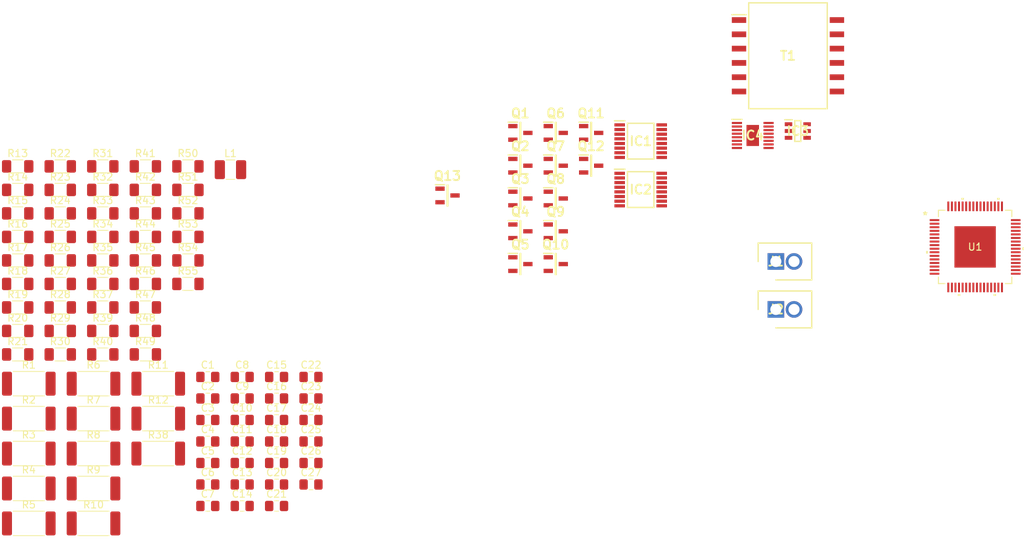
<source format=kicad_pcb>
(kicad_pcb (version 20240108) (generator "pcbnew") (generator_version "8.0")
  (layers (0 "F.Cu" signal) (31 "B.Cu" signal) (34 "B.Paste" user) (35 "F.Paste" user) (36 "B.SilkS" user "B.Silkscreen") (37 "F.SilkS" user "F.Silkscreen") (38 "B.Mask" user) (39 "F.Mask" user) (44 "Edge.Cuts" user))
  (net 0 "")
  (net 1 "C11")
  (net 2 "C12")
  (net 3 "C10")
  (net 4 "C9")
  (net 5 "C8")
  (net 6 "C7")
  (net 7 "C6")
  (net 8 "C5")
  (net 9 "C4")
  (net 10 "C3")
  (net 11 "C2")
  (net 12 "C1")
  (net 13 "C0")
  (net 14 "-VDC")
  (net 15 "C13")
  (net 16 "Net-(U1-VREF2)")
  (net 17 "Net-(U1-VREF1)")
  (net 18 "Net-(U1-V+)")
  (net 19 "+5V")
  (net 20 "Net-(C20-Pad2)")
  (net 21 "Net-(C21-Pad2)")
  (net 22 "Net-(T1-SEC1_2)")
  (net 23 "Net-(T1-SEC2_2)")
  (net 24 "Net-(IC4-VIN)")
  (net 25 "/FB")
  (net 26 "Net-(IC4-SW)")
  (net 27 "Net-(IC4-BOOST)")
  (net 28 "Net-(Q1-D)")
  (net 29 "/Cell 11")
  (net 30 "/Cell 10")
  (net 31 "Net-(Q2-D)")
  (net 32 "/Cell 9")
  (net 33 "Net-(Q3-D)")
  (net 34 "/Cell 8")
  (net 35 "Net-(Q4-D)")
  (net 36 "Net-(Q5-D)")
  (net 37 "/Cell 7")
  (net 38 "Net-(Q6-D)")
  (net 39 "/Cell 6")
  (net 40 "Net-(Q7-D)")
  (net 41 "/Cell 5")
  (net 42 "/Cell 4")
  (net 43 "Net-(Q8-D)")
  (net 44 "/Cell 3")
  (net 45 "Net-(Q9-D)")
  (net 46 "Net-(Q10-D)")
  (net 47 "/Cell 2")
  (net 48 "/Cell 1")
  (net 49 "Net-(Q11-D)")
  (net 50 "Net-(Q12-D)")
  (net 51 "/Cell 12")
  (net 52 "Net-(Q1-G)")
  (net 53 "S12")
  (net 54 "Net-(Q2-G)")
  (net 55 "S11")
  (net 56 "S10")
  (net 57 "Net-(Q3-G)")
  (net 58 "S9")
  (net 59 "Net-(Q4-G)")
  (net 60 "S8")
  (net 61 "Net-(Q5-G)")
  (net 62 "Net-(Q6-G)")
  (net 63 "S7")
  (net 64 "S6")
  (net 65 "Net-(Q7-G)")
  (net 66 "Net-(Q8-G)")
  (net 67 "S5")
  (net 68 "Net-(Q9-G)")
  (net 69 "S4")
  (net 70 "S3")
  (net 71 "Net-(Q10-G)")
  (net 72 "S2")
  (net 73 "Net-(Q11-G)")
  (net 74 "Net-(Q12-G)")
  (net 75 "S1")
  (net 76 "Net-(Q13-D)")
  (net 77 "/Cell 13")
  (net 78 "S13")
  (net 79 "Net-(Q13-G)")
  (net 80 "Net-(U1-IBIAS)")
  (net 81 "Net-(U1-ICMP)")
  (net 82 "+BATT")
  (net 83 "SCL")
  (net 84 "SDA")
  (net 85 "/VREF2")
  (net 86 "Net-(IC1-D)")
  (net 87 "Therm_ADC")
  (net 88 "Net-(IC3--IN)")
  (net 89 "IMA")
  (net 90 "IPA")
  (net 91 "IMB")
  (net 92 "IPB")
  (net 93 "Net-(IC4-RT)")
  (net 94 "/T4")
  (net 95 "/T6")
  (net 96 "/T7")
  (net 97 "/T5")
  (net 98 "/T1")
  (net 99 "/T3")
  (net 100 "/T8")
  (net 101 "/T2")
  (net 102 "/T11")
  (net 103 "/T12")
  (net 104 "/T10")
  (net 105 "/T16")
  (net 106 "/T14")
  (net 107 "/T13")
  (net 108 "/T9")
  (net 109 "/T15")
  (net 118 "Enable")
  (net 121 "Net-(J2-Pin_2)")
  (net 122 "Net-(J1-Pin_2)")
  (net 123 "Net-(J2-Pin_1)")
  (net 124 "Net-(J1-Pin_1)")
  (net 125 "C18")
  (net 127 "S18")
  (net 129 "C17")
  (net 133 "C15")
  (net 135 "S16")
  (net 138 "S14")
  (net 139 "C16")
  (net 142 "S17")
  (net 143 "S15")
  (net 144 "C14")
  (footprint "Resistor_SMD:R_2512_6332Metric_Pad1.40x3.35mm_HandSolder" (layer "F.Cu") (at 42.0025 93.56)
    (property "Reference" "R4" (at 0 -2.62 0) (layer "F.SilkS"))
    (property "Value" "25")
    (pad "1" smd roundrect (at -3.05 0) (size 1.4 3.35) (layers "F.Cu" "F.Paste" "F.Mask") (roundrect_rratio 0.178571) (net 34 "/Cell 8"))
    (pad "2" smd roundrect (at 3.05 0) (size 1.4 3.35) (layers "F.Cu" "F.Paste" "F.Mask") (roundrect_rratio 0.178571) (net 35 "Net-(Q4-D)"))
  )
  (footprint "Resistor_SMD:R_1206_3216Metric_Pad1.30x1.75mm_HandSolder" (layer "F.Cu") (at 52.3525 48.48)
    (property "Reference" "R31" (at 0 -1.82 0) (layer "F.SilkS"))
    (property "Value" "3.3K")
    (pad "1" smd roundrect (at -1.55 0) (size 1.3 1.75) (layers "F.Cu" "F.Paste" "F.Mask") (roundrect_rratio 0.192308) (net 62 "Net-(Q6-G)"))
    (pad "2" smd roundrect (at 1.55 0) (size 1.3 1.75) (layers "F.Cu" "F.Paste" "F.Mask") (roundrect_rratio 0.192308) (net 63 "S7"))
  )
  (footprint "Resistor_SMD:R_1206_3216Metric_Pad1.30x1.75mm_HandSolder" (layer "F.Cu") (at 40.4525 48.48)
    (property "Reference" "R13" (at 0 -1.82 0) (layer "F.SilkS"))
    (property "Value" "100")
    (pad "1" smd roundrect (at -1.55 0) (size 1.3 1.75) (layers "F.Cu" "F.Paste" "F.Mask") (roundrect_rratio 0.192308) (net 51 "/Cell 12"))
    (pad "2" smd roundrect (at 1.55 0) (size 1.3 1.75) (layers "F.Cu" "F.Paste" "F.Mask") (roundrect_rratio 0.192308) (net 2 "C12"))
  )
  (footprint "EPSA_lib:SOT95P237X112-3N" (layer "F.Cu") (at 115.687 52.975)
    (property "Reference" "Q8" (at -0.013584 -2.730562 0) (layer "F.SilkS") (effects (font (size 1.27 1.27) (thickness 0.254))))
    (property "Value" "Q_PMOS_GDS" (hide yes))
    (pad "1" smd rect (at -1.05 -0.95 90) (size 0.6 1.3) (layers "F.Cu" "F.Paste" "F.Mask") (net 66 "Net-(Q8-G)"))
    (pad "2" smd rect (at -1.05 0.95 90) (size 0.6 1.3) (layers "F.Cu" "F.Paste" "F.Mask") (net 41 "/Cell 5"))
    (pad "3" smd rect (at 1.05 0 90) (size 0.6 1.3) (layers "F.Cu" "F.Paste" "F.Mask") (net 43 "Net-(Q8-D)"))
  )
  (footprint "Resistor_SMD:R_1206_3216Metric_Pad1.30x1.75mm_HandSolder" (layer "F.Cu") (at 52.3525 68.22)
    (property "Reference" "R37" (at 0 -1.82 0) (layer "F.SilkS"))
    (property "Value" "3.3K")
    (pad "1" smd roundrect (at -1.55 0) (size 1.3 1.75) (layers "F.Cu" "F.Paste" "F.Mask") (roundrect_rratio 0.192308) (net 74 "Net-(Q12-G)"))
    (pad "2" smd roundrect (at 1.55 0) (size 1.3 1.75) (layers "F.Cu" "F.Paste" "F.Mask") (roundrect_rratio 0.192308) (net 75 "S1"))
  )
  (footprint "EPSA_lib:SOP200P1473X500-12N" (layer "F.Cu") (at 148.155 33)
    (property "Reference" "T1" (at 0 0 0) (layer "F.SilkS") (effects (font (size 1.27 1.27) (thickness 0.254))))
    (property "Value" "SM91501ALE" (hide yes))
    (pad "1" smd rect (at -6.845 -5 90) (size 0.8 2.01) (layers "F.Cu" "F.Paste" "F.Mask") (net 122 "Net-(J1-Pin_2)"))
    (pad "2" smd rect (at -6.845 -3 90) (size 0.8 2.01) (layers "F.Cu" "F.Paste" "F.Mask"))
    (pad "3" smd rect (at -6.845 -1 90) (size 0.8 2.01) (layers "F.Cu" "F.Paste" "F.Mask") (net 124 "Net-(J1-Pin_1)"))
    (pad "4" smd rect (at -6.845 1 90) (size 0.8 2.01) (layers "F.Cu" "F.Paste" "F.Mask") (net 121 "Net-(J2-Pin_2)"))
    (pad "5" smd rect (at -6.845 3 90) (size 0.8 2.01) (layers "F.Cu" "F.Paste" "F.Mask"))
    (pad "6" smd rect (at -6.845 5 90) (size 0.8 2.01) (layers "F.Cu" "F.Paste" "F.Mask") (net 123 "Net-(J2-Pin_1)"))
    (pad "7" smd rect (at 6.845 5 90) (size 0.8 2.01) (layers "F.Cu" "F.Paste" "F.Mask") (net 92 "IPB"))
    (pad "8" smd rect (at 6.845 3 90) (size 0.8 2.01) (layers "F.Cu" "F.Paste" "F.Mask") (net 23 "Net-(T1-SEC2_2)"))
    (pad "9" smd rect (at 6.845 1 90) (size 0.8 2.01) (layers "F.Cu" "F.Paste" "F.Mask") (net 91 "IMB"))
    (pad "10" smd rect (at 6.845 -1 90) (size 0.8 2.01) (layers "F.Cu" "F.Paste" "F.Mask") (net 90 "IPA"))
    (pad "11" smd rect (at 6.845 -3 90) (size 0.8 2.01) (layers "F.Cu" "F.Paste" "F.Mask") (net 22 "Net-(T1-SEC1_2)"))
    (pad "12" smd rect (at 6.845 -5 90) (size 0.8 2.01) (layers "F.Cu" "F.Paste" "F.Mask") (net 89 "IMA"))
  )
  (footprint "Capacitor_SMD:C_0805_2012Metric_Pad1.18x1.45mm_HandSolder" (layer "F.Cu") (at 76.6525 96.01)
    (property "Reference" "C21" (at 0 -1.68 0) (layer "F.SilkS"))
    (property "Value" "10n")
    (pad "1" smd roundrect (at -1.0375 0) (size 1.175 1.45) (layers "F.Cu" "F.Paste" "F.Mask") (roundrect_rratio 0.212766) (net 14 "-VDC"))
    (pad "2" smd roundrect (at 1.0375 0) (size 1.175 1.45) (layers "F.Cu" "F.Paste" "F.Mask") (roundrect_rratio 0.212766) (net 21 "Net-(C21-Pad2)"))
  )
  (footprint "EPSA_lib:SOT95P237X112-3N" (layer "F.Cu") (at 120.637 48.385)
    (property "Reference" "Q12" (at -0.013584 -2.730562 0) (layer "F.SilkS") (effects (font (size 1.27 1.27) (thickness 0.254))))
    (property "Value" "Q_PMOS_GDS" (hide yes))
    (pad "1" smd rect (at -1.05 -0.95 90) (size 0.6 1.3) (layers "F.Cu" "F.Paste" "F.Mask") (net 74 "Net-(Q12-G)"))
    (pad "2" smd rect (at -1.05 0.95 90) (size 0.6 1.3) (layers "F.Cu" "F.Paste" "F.Mask") (net 48 "/Cell 1"))
    (pad "3" smd rect (at 1.05 0 90) (size 0.6 1.3) (layers "F.Cu" "F.Paste" "F.Mask") (net 50 "Net-(Q12-D)"))
  )
  (footprint "Resistor_SMD:R_1206_3216Metric_Pad1.30x1.75mm_HandSolder" (layer "F.Cu") (at 58.3025 61.64)
    (property "Reference" "R45" (at 0 -1.82 0) (layer "F.SilkS"))
    (property "Value" "4.7k")
    (pad "1" smd roundrect (at -1.55 0) (size 1.3 1.75) (layers "F.Cu" "F.Paste" "F.Mask") (roundrect_rratio 0.192308) (net 84 "SDA"))
    (pad "2" smd roundrect (at 1.55 0) (size 1.3 1.75) (layers "F.Cu" "F.Paste" "F.Mask") (roundrect_rratio 0.192308) (net 19 "+5V"))
  )
  (footprint "Capacitor_SMD:C_0805_2012Metric_Pad1.18x1.45mm_HandSolder" (layer "F.Cu") (at 76.6525 93)
    (property "Reference" "C20" (at 0 -1.68 0) (layer "F.SilkS"))
    (property "Value" "10n")
    (pad "1" smd roundrect (at -1.0375 0) (size 1.175 1.45) (layers "F.Cu" "F.Paste" "F.Mask") (roundrect_rratio 0.212766) (net 14 "-VDC"))
    (pad "2" smd roundrect (at 1.0375 0) (size 1.175 1.45) (layers "F.Cu" "F.Paste" "F.Mask") (roundrect_rratio 0.212766) (net 20 "Net-(C20-Pad2)"))
  )
  (footprint "EPSA_lib:SOT95P237X112-3N" (layer "F.Cu") (at 110.737 48.385)
    (property "Reference" "Q2" (at -0.013584 -2.730562 0) (layer "F.SilkS") (effects (font (size 1.27 1.27) (thickness 0.254))))
    (property "Value" "Q_PMOS_GDS" (hide yes))
    (pad "1" smd rect (at -1.05 -0.95 90) (size 0.6 1.3) (layers "F.Cu" "F.Paste" "F.Mask") (net 54 "Net-(Q2-G)"))
    (pad "2" smd rect (at -1.05 0.95 90) (size 0.6 1.3) (layers "F.Cu" "F.Paste" "F.Mask") (net 29 "/Cell 11"))
    (pad "3" smd rect (at 1.05 0 90) (size 0.6 1.3) (layers "F.Cu" "F.Paste" "F.Mask") (net 31 "Net-(Q2-D)"))
  )
  (footprint "Resistor_SMD:R_1206_3216Metric_Pad1.30x1.75mm_HandSolder" (layer "F.Cu") (at 52.3525 51.77)
    (property "Reference" "R32" (at 0 -1.82 0) (layer "F.SilkS"))
    (property "Value" "3.3K")
    (pad "1" smd roundrect (at -1.55 0) (size 1.3 1.75) (layers "F.Cu" "F.Paste" "F.Mask") (roundrect_rratio 0.192308) (net 65 "Net-(Q7-G)"))
    (pad "2" smd roundrect (at 1.55 0) (size 1.3 1.75) (layers "F.Cu" "F.Paste" "F.Mask") (roundrect_rratio 0.192308) (net 64 "S6"))
  )
  (footprint "EPSA_lib:SOT95P237X112-3N" (layer "F.Cu") (at 115.687 48.385)
    (property "Reference" "Q7" (at -0.013584 -2.730562 0) (layer "F.SilkS") (effects (font (size 1.27 1.27) (thickness 0.254))))
    (property "Value" "Q_PMOS_GDS" (hide yes))
    (pad "1" smd rect (at -1.05 -0.95 90) (size 0.6 1.3) (layers "F.Cu" "F.Paste" "F.Mask") (net 65 "Net-(Q7-G)"))
    (pad "2" smd rect (at -1.05 0.95 90) (size 0.6 1.3) (layers "F.Cu" "F.Paste" "F.Mask") (net 39 "/Cell 6"))
    (pad "3" smd rect (at 1.05 0 90) (size 0.6 1.3) (layers "F.Cu" "F.Paste" "F.Mask") (net 40 "Net-(Q7-D)"))
  )
  (footprint "Capacitor_SMD:C_0805_2012Metric_Pad1.18x1.45mm_HandSolder" (layer "F.Cu") (at 67.0325 77.95)
    (property "Reference" "C1" (at 0 -1.68 0) (layer "F.SilkS"))
    (property "Value" "10n")
    (pad "1" smd roundrect (at -1.0375 0) (size 1.175 1.45) (layers "F.Cu" "F.Paste" "F.Mask") (roundrect_rratio 0.212766) (net 2 "C12"))
    (pad "2" smd roundrect (at 1.0375 0) (size 1.175 1.45) (layers "F.Cu" "F.Paste" "F.Mask") (roundrect_rratio 0.212766) (net 1 "C11"))
  )
  (footprint "Capacitor_SMD:C_0805_2012Metric_Pad1.18x1.45mm_HandSolder" (layer "F.Cu") (at 81.4625 80.96)
    (property "Reference" "C23" (at 0 -1.68 0) (layer "F.SilkS"))
    (property "Value" "10n")
    (pad "1" smd roundrect (at -1.0375 0) (size 1.175 1.45) (layers "F.Cu" "F.Paste" "F.Mask") (roundrect_rratio 0.212766) (net 14 "-VDC"))
    (pad "2" smd roundrect (at 1.0375 0) (size 1.175 1.45) (layers "F.Cu" "F.Paste" "F.Mask") (roundrect_rratio 0.212766) (net 23 "Net-(T1-SEC2_2)"))
  )
  (footprint "Resistor_SMD:R_2512_6332Metric_Pad1.40x3.35mm_HandSolder" (layer "F.Cu") (at 42.0025 88.67)
    (property "Reference" "R3" (at 0 -2.62 0) (layer "F.SilkS"))
    (property "Value" "25")
    (pad "1" smd roundrect (at -3.05 0) (size 1.4 3.35) (layers "F.Cu" "F.Paste" "F.Mask") (roundrect_rratio 0.178571) (net 32 "/Cell 9"))
    (pad "2" smd roundrect (at 3.05 0) (size 1.4 3.35) (layers "F.Cu" "F.Paste" "F.Mask") (roundrect_rratio 0.178571) (net 33 "Net-(Q3-D)"))
  )
  (footprint "Capacitor_SMD:C_0805_2012Metric_Pad1.18x1.45mm_HandSolder" (layer "F.Cu") (at 71.8425 93)
    (property "Reference" "C13" (at 0 -1.68 0) (layer "F.SilkS"))
    (property "Value" "10n")
    (pad "1" smd roundrect (at -1.0375 0) (size 1.175 1.45) (layers "F.Cu" "F.Paste" "F.Mask") (roundrect_rratio 0.212766) (net 13 "C0"))
    (pad "2" smd roundrect (at 1.0375 0) (size 1.175 1.45) (layers "F.Cu" "F.Paste" "F.Mask") (roundrect_rratio 0.212766) (net 14 "-VDC"))
  )
  (footprint "EPSA_lib:SOT95P237X112-3N" (layer "F.Cu") (at 115.687 57.565)
    (property "Reference" "Q9" (at -0.013584 -2.730562 0) (layer "F.SilkS") (effects (font (size 1.27 1.27) (thickness 0.254))))
    (property "Value" "Q_PMOS_GDS" (hide yes))
    (pad "1" smd rect (at -1.05 -0.95 90) (size 0.6 1.3) (layers "F.Cu" "F.Paste" "F.Mask") (net 68 "Net-(Q9-G)"))
    (pad "2" smd rect (at -1.05 0.95 90) (size 0.6 1.3) (layers "F.Cu" "F.Paste" "F.Mask") (net 42 "/Cell 4"))
    (pad "3" smd rect (at 1.05 0 90) (size 0.6 1.3) (layers "F.Cu" "F.Paste" "F.Mask") (net 45 "Net-(Q9-D)"))
  )
  (footprint "Resistor_SMD:R_1206_3216Metric_Pad1.30x1.75mm_HandSolder" (layer "F.Cu") (at 58.3025 55.06)
    (property "Reference" "R43" (at 0 -1.82 0) (layer "F.SilkS"))
    (property "Value" "100")
    (pad "1" smd roundrect (at -1.55 0) (size 1.3 1.75) (layers "F.Cu" "F.Paste" "F.Mask") (roundrect_rratio 0.192308) (net 82 "+BATT"))
    (pad "2" smd roundrect (at 1.55 0) (size 1.3 1.75) (layers "F.Cu" "F.Paste" "F.Mask") (roundrect_rratio 0.192308) (net 18 "Net-(U1-V+)"))
  )
  (footprint "Resistor_SMD:R_1206_3216Metric_Pad1.30x1.75mm_HandSolder" (layer "F.Cu") (at 58.3025 74.8)
    (property "Reference" "R49" (at 0 -1.82 0) (layer "F.SilkS"))
    (property "Value" "51")
    (pad "1" smd roundrect (at -1.55 0) (size 1.3 1.75) (layers "F.Cu" "F.Paste" "F.Mask") (roundrect_rratio 0.192308) (net 20 "Net-(C20-Pad2)"))
    (pad "2" smd roundrect (at 1.55 0) (size 1.3 1.75) (layers "F.Cu" "F.Paste" "F.Mask") (roundrect_rratio 0.192308) (net 90 "IPA"))
  )
  (footprint "Resistor_SMD:R_1206_3216Metric_Pad1.30x1.75mm_HandSolder" (layer "F.Cu") (at 64.2525 64.93)
    (property "Reference" "R55" (at 0 -1.82 0) (layer "F.SilkS"))
    (property "Value" "316k")
    (pad "1" smd roundrect (at -1.55 0) (size 1.3 1.75) (layers "F.Cu" "F.Paste" "F.Mask") (roundrect_rratio 0.192308) (net 25 "/FB"))
    (pad "2" smd roundrect (at 1.55 0) (size 1.3 1.75) (layers "F.Cu" "F.Paste" "F.Mask") (roundrect_rratio 0.192308) (net 14 "-VDC"))
  )
  (footprint "Capacitor_SMD:C_0805_2012Metric_Pad1.18x1.45mm_HandSolder" (layer "F.Cu") (at 67.0325 89.99)
    (property "Reference" "C5" (at 0 -1.68 0) (layer "F.SilkS"))
    (property "Value" "10n")
    (pad "1" smd roundrect (at -1.0375 0) (size 1.175 1.45) (layers "F.Cu" "F.Paste" "F.Mask") (roundrect_rratio 0.212766) (net 5 "C8"))
    (pad "2" smd roundrect (at 1.0375 0) (size 1.175 1.45) (layers "F.Cu" "F.Paste" "F.Mask") (roundrect_rratio 0.212766) (net 6 "C7"))
  )
  (footprint "Resistor_SMD:R_2512_6332Metric_Pad1.40x3.35mm_HandSolder" (layer "F.Cu") (at 51.0525 78.89)
    (property "Reference" "R6" (at 0 -2.62 0) (layer "F.SilkS"))
    (property "Value" "25")
    (pad "1" smd roundrect (at -3.05 0) (size 1.4 3.35) (layers "F.Cu" "F.Paste" "F.Mask") (roundrect_rratio 0.178571) (net 39 "/Cell 6"))
    (pad "2" smd roundrect (at 3.05 0) (size 1.4 3.35) (layers "F.Cu" "F.Paste" "F.Mask") (roundrect_rratio 0.178571) (net 38 "Net-(Q6-D)"))
  )
  (footprint "Resistor_SMD:R_1206_3216Metric_Pad1.30x1.75mm_HandSolder" (layer "F.Cu") (at 52.3525 64.93)
    (property "Reference" "R36" (at 0 -1.82 0) (layer "F.SilkS"))
    (property "Value" "3.3K")
    (pad "1" smd roundrect (at -1.55 0) (size 1.3 1.75) (layers "F.Cu" "F.Paste" "F.Mask") (roundrect_rratio 0.192308) (net 73 "Net-(Q11-G)"))
    (pad "2" smd roundrect (at 1.55 0) (size 1.3 1.75) (layers "F.Cu" "F.Paste" "F.Mask") (roundrect_rratio 0.192308) (net 72 "S2"))
  )
  (footprint "Capacitor_SMD:C_0805_2012Metric_Pad1.18x1.45mm_HandSolder" (layer "F.Cu") (at 81.4625 93)
    (property "Reference" "C27" (at 0 -1.68 0) (layer "F.SilkS"))
    (property "Value" "22u")
    (pad "1" smd roundrect (at -1.0375 0) (size 1.175 1.45) (layers "F.Cu" "F.Paste" "F.Mask") (roundrect_rratio 0.212766) (net 14 "-VDC"))
    (pad "2" smd roundrect (at 1.0375 0) (size 1.175 1.45) (layers "F.Cu" "F.Paste" "F.Mask") (roundrect_rratio 0.212766) (net 19 "+5V"))
  )
  (footprint "Resistor_SMD:R_2512_6332Metric_Pad1.40x3.35mm_HandSolder" (layer "F.Cu") (at 60.1025 78.89)
    (property "Reference" "R11" (at 0 -2.62 0) (layer "F.SilkS"))
    (property "Value" "25")
    (pad "1" smd roundrect (at -3.05 0) (size 1.4 3.35) (layers "F.Cu" "F.Paste" "F.Mask") (roundrect_rratio 0.178571) (net 48 "/Cell 1"))
    (pad "2" smd roundrect (at 3.05 0) (size 1.4 3.35) (layers "F.Cu" "F.Paste" "F.Mask") (roundrect_rratio 0.178571) (net 49 "Net-(Q11-D)"))
  )
  (footprint "Resistor_SMD:R_1206_3216Metric_Pad1.30x1.75mm_HandSolder" (layer "F.Cu") (at 64.2525 48.48)
    (property "Reference" "R50" (at 0 -1.82 0) (layer "F.SilkS"))
    (property "Value" "51")
    (pad "1" smd roundrect (at -1.55 0) (size 1.3 1.75) (layers "F.Cu" "F.Paste" "F.Mask") (roundrect_rratio 0.192308) (net 21 "Net-(C21-Pad2)"))
    (pad "2" smd roundrect (at 1.55 0) (size 1.3 1.75) (layers "F.Cu" "F.Paste" "F.Mask") (roundrect_rratio 0.192308) (net 91 "IMB"))
  )
  (footprint "EPSA_lib:RHDR2W97P0X254_1X2_654X508X1379P" (layer "F.Cu") (at 146.46 61.79)
    (property "Reference" "J1" (at 0 0 0) (layer "F.SilkS") (effects (font (size 1.27 1.27) (thickness 0.254))))
    (property "Value" "Conn_01x02_Pin" (hide yes))
    (pad "1" thru_hole rect (at 0 0) (size 2.325 2.325) (drill 1.55) (layers "*.Cu" "*.Mask") (net 124 "Net-(J1-Pin_1)"))
    (pad "2" thru_hole circle (at 2.54 0) (size 2.325 2.325) (drill 1.55) (layers "*.Cu" "*.Mask") (net 122 "Net-(J1-Pin_2)"))
  )
  (footprint "EPSA_lib:SOP50P490X110-17N" (layer "F.Cu") (at 143.23 44.155)
    (property "Reference" "IC4" (at 0 0 0) (layer "F.SilkS") (effects (font (size 1.27 1.27) (thickness 0.254))))
    (property "Value" "LT3990EMSE#TRPBF" (hide yes))
    (pad "1" smd rect (at -2.212 -1.75 90) (size 0.3 1.425) (layers "F.Cu" "F.Paste" "F.Mask") (net 25 "/FB"))
    (pad "2" smd rect (at -2.212 -1.25 90) (size 0.3 1.425) (layers "F.Cu" "F.Paste" "F.Mask") (net 25 "/FB"))
    (pad "3" smd rect (at -2.212 -0.75 90) (size 0.3 1.425) (layers "F.Cu" "F.Paste" "F.Mask"))
    (pad "4" smd rect (at -2.212 -0.25 90) (size 0.3 1.425) (layers "F.Cu" "F.Paste" "F.Mask") (net 118 "Enable"))
    (pad "5" smd rect (at -2.212 0.25 90) (size 0.3 1.425) (layers "F.Cu" "F.Paste" "F.Mask"))
    (pad "6" smd rect (at -2.212 0.75 90) (size 0.3 1.425) (layers "F.Cu" "F.Paste" "F.Mask") (net 24 "Net-(IC4-VIN)"))
    (pad "7" smd rect (at -2.212 1.25 90) (size 0.3 1.425) (layers "F.Cu" "F.Paste" "F.Mask"))
    (pad "8" smd rect (at -2.212 1.75 90) (size 0.3 1.425) (layers "F.Cu" "F.Paste" "F.Mask") (net 14 "-VDC"))
    (pad "9" smd rect (at 2.212 1.75 90) (size 0.3 1.425) (layers "F.Cu" "F.Paste" "F.Mask") (net 26 "Net-(IC4-SW)"))
    (pad "10" smd rect (at 2.212 1.25 90) (size 0.3 1.425) (layers "F.Cu" "F.Paste" "F.Mask"))
    (pad "11" smd rect (at 2.212 0.75 90) (size 0.3 1.425) (layers "F.Cu" "F.Paste" "F.Mask") (net 27 "Net-(IC4-BOOST)"))
    (pad "12" smd rect (at 2.212 0.25 90) (size 0.3 1.425) (layers "F.Cu" "F.Paste" "F.Mask"))
    (pad "13" smd rect (at 2.212 -0.25 90) (size 0.3 1.425) (layers "F.Cu" "F.Paste" "F.Mask") (net 19 "+5V"))
    (pad "14" smd rect (at 2.212 -0.75 90) (size 0.3 1.425) (layers "F.Cu" "F.Paste" "F.Mask"))
    (pad "15" smd rect (at 2.212 -1.25 90) (size 0.3 1.425) (layers "F.Cu" "F.Paste" "F.Mask"))
    (pad "16" smd rect (at 2.212 -1.75 90) (size 0.3 1.425) (layers "F.Cu" "F.Paste" "F.Mask") (net 93 "Net-(IC4-RT)"))
    (pad "17" smd rect (at 0 0) (size 1.753 2.947) (layers "F.Cu" "F.Paste" "F.Mask") (net 14 "-VDC"))
  )
  (footprint "Capacitor_SMD:C_0805_2012Metric_Pad1.18x1.45mm_HandSolder" (layer "F.Cu") (at 81.4625 83.97)
    (property "Reference" "C24" (at 0 -1.68 0) (layer "F.SilkS"))
    (property "Value" "2.2u")
    (pad "1" smd roundrect (at -1.0375 0) (size 1.175 1.45) (layers "F.Cu" "F.Paste" "F.Mask") (roundrect_rratio 0.212766) (net 14 "-VDC"))
    (pad "2" smd roundrect (at 1.0375 0) (size 1.175 1.45) (layers "F.Cu" "F.Paste" "F.Mask") (roundrect_rratio 0.212766) (net 24 "Net-(IC4-VIN)"))
  )
  (footprint "Resistor_SMD:R_2512_6332Metric_Pad1.40x3.35mm_HandSolder" (layer "F.Cu") (at 60.1025 88.67)
    (property "Reference" "R38" (at 0 -2.62 0) (layer "F.SilkS"))
    (property "Value" "25")
    (pad "1" smd roundrect (at -3.05 0) (size 1.4 3.35) (layers "F.Cu" "F.Paste" "F.Mask") (roundrect_rratio 0.178571) (net 51 "/Cell 12"))
    (pad "2" smd roundrect (at 3.05 0) (size 1.4 3.35) (layers "F.Cu" "F.Paste" "F.Mask") (roundrect_rratio 0.178571) (net 76 "Net-(Q13-D)"))
  )
  (footprint "Resistor_SMD:R_1206_3216Metric_Pad1.30x1.75mm_HandSolder" (layer "F.Cu") (at 40.4525 51.77)
    (property "Reference" "R14" (at 0 -1.82 0) (layer "F.SilkS"))
    (property "Value" "100")
    (pad "1" smd roundrect (at -1.55 0) (size 1.3 1.75) (layers "F.Cu" "F.Paste" "F.Mask") (roundrect_rratio 0.192308) (net 29 "/Cell 11"))
    (pad "2" smd roundrect (at 1.55 0) (size 1.3 1.75) (layers "F.Cu" "F.Paste" "F.Mask") (roundrect_rratio 0.192308) (net 1 "C11"))
  )
  (footprint "Capacitor_SMD:C_0805_2012Metric_Pad1.18x1.45mm_HandSolder" (layer "F.Cu") (at 81.4625 86.98)
    (property "Reference" "C25" (at 0 -1.68 0) (layer "F.SilkS"))
    (property "Value" "22p")
    (pad "1" smd roundrect (at -1.0375 0) (size 1.175 1.45) (layers "F.Cu" "F.Paste" "F.Mask") (roundrect_rratio 0.212766) (net 25 "/FB"))
    (pad "2" smd roundrect (at 1.0375 0) (size 1.175 1.45) (layers "F.Cu" "F.Paste" "F.Mask") (roundrect_rratio 0.212766) (net 19 "+5V"))
  )
  (footprint "Capacitor_SMD:C_0805_2012Metric_Pad1.18x1.45mm_HandSolder" (layer "F.Cu") (at 67.0325 93)
    (property "Reference" "C6" (at 0 -1.68 0) (layer "F.SilkS"))
    (property "Value" "10n")
    (pad "1" smd roundrect (at -1.0375 0) (size 1.175 1.45) (layers "F.Cu" "F.Paste" "F.Mask") (roundrect_rratio 0.212766) (net 6 "C7"))
    (pad "2" smd roundrect (at 1.0375 0) (size 1.175 1.45) (layers "F.Cu" "F.Paste" "F.Mask") (roundrect_rratio 0.212766) (net 7 "C6"))
  )
  (footprint "Resistor_SMD:R_1206_3216Metric_Pad1.30x1.75mm_HandSolder" (layer "F.Cu") (at 52.3525 74.8)
    (property "Reference" "R40" (at 0 -1.82 0) (layer "F.SilkS"))
    (property "Value" "3.3K")
    (pad "1" smd roundrect (at -1.55 0) (size 1.3 1.75) (layers "F.Cu" "F.Paste" "F.Mask") (roundrect_rratio 0.192308) (net 79 "Net-(Q13-G)"))
    (pad "2" smd roundrect (at 1.55 0) (size 1.3 1.75) (layers "F.Cu" "F.Paste" "F.Mask") (roundrect_rratio 0.192308) (net 78 "S13"))
  )
  (footprint "Resistor_SMD:R_1206_3216Metric_Pad1.30x1.75mm_HandSolder" (layer "F.Cu") (at 46.4025 48.48)
    (property "Reference" "R22" (at 0 -1.82 0) (layer "F.SilkS"))
    (property "Value" "100")
    (pad "1" smd roundrect (at -1.55 0) (size 1.3 1.75) (layers "F.Cu" "F.Paste" "F.Mask") (roundrect_rratio 0.192308) (net 44 "/Cell 3"))
    (pad "2" smd roundrect (at 1.55 0) (size 1.3 1.75) (layers "F.Cu" "F.Paste" "F.Mask") (roundrect_rratio 0.192308) (net 10 "C3"))
  )
  (footprint "EPSA_lib:SOP65P640X120-16N" (layer "F.Cu") (at 127.562 44.95)
    (property "Reference" "IC1" (at 0 0 0) (layer "F.SilkS") (effects (font (size 1.27 1.27) (thickness 0.254))))
    (property "Value" "ADG728BRUZ-REEL7" (hide yes))
    (pad "1" smd rect (at -2.938 -2.275 90) (size 0.45 1.475) (layers "F.Cu" "F.Paste" "F.Mask") (net 83 "SCL"))
    (pad "2" smd rect (at -2.938 -1.625 90) (size 0.45 1.475) (layers "F.Cu" "F.Paste" "F.Mask") (net 19 "+5V"))
    (pad "3" smd rect (at -2.938 -0.975 90) (size 0.45 1.475) (layers "F.Cu" "F.Paste" "F.Mask") (net 84 "SDA"))
    (pad "4" smd rect (at -2.938 -0.325 90) (size 0.45 1.475) (layers "F.Cu" "F.Paste" "F.Mask") (net 98 "/T1"))
    (pad "5" smd rect (at -2.938 0.325 90) (size 0.45 1.475) (layers "F.Cu" "F.Paste" "F.Mask") (net 101 "/T2"))
    (pad "6" smd rect (at -2.938 0.975 90) (size 0.45 1.475) (layers "F.Cu" "F.Paste" "F.Mask") (net 99 "/T3"))
    (pad "7" smd rect (at -2.938 1.625 90) (size 0.45 1.475) (layers "F.Cu" "F.Paste" "F.Mask") (net 94 "/T4"))
    (pad "8" smd rect (at -2.938 2.275 90) (size 0.45 1.475) (layers "F.Cu" "F.Paste" "F.Mask") (net 86 "Net-(IC1-D)"))
    (pad "9" smd rect (at 2.938 2.275 90) (size 0.45 1.475) (layers "F.Cu" "F.Paste" "F.Mask") (net 100 "/T8"))
    (pad "10" smd rect (at 2.938 1.625 90) (size 0.45 1.475) (layers "F.Cu" "F.Paste" "F.Mask") (net 96 "/T7"))
    (pad "11" smd rect (at 2.938 0.975 90) (size 0.45 1.475) (layers "F.Cu" "F.Paste" "F.Mask") (net 95 "/T6"))
    (pad "12" smd rect (at 2.938 0.325 90) (size 0.45 1.475) (layers "F.Cu" "F.Paste" "F.Mask") (net 97 "/T5"))
    (pad "13" smd rect (at 2.938 -0.325 90) (size 0.45 1.475) (layers "F.Cu" "F.Paste" "F.Mask") (net 19 "+5V"))
    (pad "14" smd rect (at 2.938 -0.975 90) (size 0.45 1.475) (layers "F.Cu" "F.Paste" "F.Mask") (net 14 "-VDC"))
    (pad "15" smd rect (at 2.938 -1.625 90) (size 0.45 1.475) (layers "F.Cu" "F.Paste" "F.Mask") (net 14 "-VDC"))
    (pad "16" smd rect (at 2.938 -2.275 90) (size 0.45 1.475) (layers "F.Cu" "F.Paste" "F.Mask") (net 14 "-VDC"))
  )
  (footprint "Capacitor_SMD:C_0805_2012Metric_Pad1.18x1.45mm_HandSolder" (layer "F.Cu") (at 76.6525 80.96)
    (property "Reference" "C16" (at 0 -1.68 0) (layer "F.SilkS"))
    (property "Value" "1u")
    (pad "1" smd roundrect (at -1.0375 0) (size 1.175 1.45) (layers "F.Cu" "F.Paste" "F.Mask") (roundrect_rratio 0.212766) (net 17 "Net-(U1-VREF1)"))
    (pad "2" smd roundrect (at 1.0375 0) (size 1.175 1.45) (layers "F.Cu" "F.Paste" "F.Mask") (roundrect_rratio 0.212766) (net 14 "-VDC"))
  )
  (footprint "Capacitor_SMD:C_0805_2012Metric_Pad1.18x1.45mm_HandSolder" (layer "F.Cu") (at 76.6525 83.97)
    (property "Reference" "C17" (at 0 -1.68 0) (layer "F.SilkS"))
    (property "Value" "100n")
    (pad "1" smd roundrect (at -1.0375 0) (size 1.175 1.45) (layers "F.Cu" "F.Paste" "F.Mask") (roundrect_rratio 0.212766) (net 18 "Net-(U1-V+)"))
    (pad "2" smd roundrect (at 1.0375 0) (size 1.175 1.45) (layers "F.Cu" "F.Paste" "F.Mask") (roundrect_rratio 0.212766) (net 14 "-VDC"))
  )
  (footprint "Resistor_SMD:R_1206_3216Metric_Pad1.30x1.75mm_HandSolder" (layer "F.Cu") (at 40.4525 55.06)
    (property "Reference" "R15" (at 0 -1.82 0) (layer "F.SilkS"))
    (property "Value" "100")
    (pad "1" smd roundrect (at -1.55 0) (size 1.3 1.75) (layers "F.Cu" "F.Paste" "F.Mask") (roundrect_rratio 0.192308) (net 30 "/Cell 10"))
    (pad "2" smd roundrect (at 1.55 0) (size 1.3 1.75) (layers "F.Cu" "F.Paste" "F.Mask") (roundrect_rratio 0.192308) (net 3 "C10"))
  )
  (footprint "Capacitor_SMD:C_0805_2012Metric_Pad1.18x1.45mm_HandSolder" (layer "F.Cu") (at 71.8425 96.01)
    (property "Reference" "C14" (at 0 -1.68 0) (layer "F.SilkS"))
    (property "Value" "10n")
    (pad "1" smd roundrect (at -1.0375 0) (size 1.175 1.45) (layers "F.Cu" "F.Paste" "F.Mask") (roundrect_rratio 0.212766) (net 15 "C13"))
    (pad "2" smd roundrect (at 1.0375 0) (size 1.175 1.45) (layers "F.Cu" "F.Paste" "F.Mask") (roundrect_rratio 0.212766) (net 2 "C12"))
  )
  (footprint "EPSA_lib:SOT95P237X112-3N" (layer "F.Cu") (at 120.637 43.795)
    (property "Reference" "Q11" (at -0.013584 -2.730562 0) (layer "F.SilkS") (effects (font (size 1.27 1.27) (thickness 0.254))))
    (property "Value" "Q_PMOS_GDS" (hide yes))
    (pad "1" smd rect (at -1.05 -0.95 90) (size 0.6 1.3) (layers "F.Cu" "F.Paste" "F.Mask") (net 73 "Net-(Q11-G)"))
    (pad "2" smd rect (at -1.05 0.95 90) (size 0.6 1.3) (layers "F.Cu" "F.Paste" "F.Mask") (net 47 "/Cell 2"))
    (pad "3" smd rect (at 1.05 0 90) (size 0.6 1.3) (layers "F.Cu" "F.Paste" "F.Mask") (net 49 "Net-(Q11-D)"))
  )
  (footprint "Capacitor_SMD:C_0805_2012Metric_Pad1.18x1.45mm_HandSolder" (layer "F.Cu") (at 67.0325 86.98)
    (property "Reference" "C4" (at 0 -1.68 0) (layer "F.SilkS"))
    (property "Value" "10n")
    (pad "1" smd roundrect (at -1.0375 0) (size 1.175 1.45) (layers "F.Cu" "F.Paste" "F.Mask") (roundrect_rratio 0.212766) (net 4 "C9"))
    (pad "2" smd roundrect (at 1.0375 0) (size 1.175 1.45) (layers "F.Cu" "F.Paste" "F.Mask") (roundrect_rratio 0.212766) (net 5 "C8"))
  )
  (footprint "Resistor_SMD:R_1206_3216Metric_Pad1.30x1.75mm_HandSolder" (layer "F.Cu") (at 46.4025 58.35)
    (property "Reference" "R25" (at 0 -1.82 0) (layer "F.SilkS"))
    (property "Value" "100")
    (pad "1" smd roundrect (at -1.55 0) (size 1.3 1.75) (layers "F.Cu" "F.Paste" "F.Mask") (roundrect_rratio 0.192308) (net 14 "-VDC"))
    (pad "2" smd roundrect (at 1.55 0) (size 1.3 1.75) (layers "F.Cu" "F.Paste" "F.Mask") (roundrect_rratio 0.192308) (net 13 "C0"))
  )
  (footprint "Resistor_SMD:R_1206_3216Metric_Pad1.30x1.75mm_HandSolder" (layer "F.Cu") (at 64.2525 58.35)
    (property "Reference" "R53" (at 0 -1.82 0) (layer "F.SilkS"))
    (property "Value" "374k")
    (pad "1" smd roundrect (at -1.55 0) (size 1.3 1.75) (layers "F.Cu" "F.Paste" "F.Mask") (roundrect_rratio 0.192308) (net 93 "Net-(IC4-RT)"))
    (pad "2" smd roundrect (at 1.55 0) (size 1.3 1.75) (layers "F.Cu" "F.Paste" "F.Mask") (roundrect_rratio 0.192308) (net 14 "-VDC"))
  )
  (footprint "Resistor_SMD:R_1206_3216Metric_Pad1.30x1.75mm_HandSolder" (layer "F.Cu") (at 46.4025 68.22)
    (property "Reference" "R28" (at 0 -1.82 0) (layer "F.SilkS"))
    (property "Value" "3.3K")
    (pad "1" smd roundrect (at -1.55 0) (size 1.3 1.75) (layers "F.Cu" "F.Paste" "F.Mask") (roundrect_rratio 0.192308) (net 57 "Net-(Q3-G)"))
    (pad "2" smd roundrect (at 1.55 0) (size 1.3 1.75) (layers "F.Cu" "F.Paste" "F.Mask") (roundrect_rratio 0.192308) (net 56 "S10"))
  )
  (footprint "EPSA_lib:SOT95P237X112-3N" (layer "F.Cu") (at 110.737 57.565)
    (property "Reference" "Q4" (at -0.013584 -2.730562 0) (layer "F.SilkS") (effects (font (size 1.27 1.27) (thickness 0.254))))
    (property "Value" "Q_PMOS_GDS" (hide yes))
    (pad "1" smd rect (at -1.05 -0.95 90) (size 0.6 1.3) (layers "F.Cu" "F.Paste" "F.Mask") (net 59 "Net-(Q4-G)"))
    (pad "2" smd rect (at -1.05 0.95 90) (size 0.6 1.3) (layers "F.Cu" "F.Paste" "F.Mask") (net 32 "/Cell 9"))
    (pad "3" smd rect (at 1.05 0 90) (size 0.6 1.3) (layers "F.Cu" "F.Paste" "F.Mask") (net 35 "Net-(Q4-D)"))
  )
  (footprint "Capacitor_SMD:C_0805_2012Metric_Pad1.18x1.45mm_HandSolder" (layer "F.Cu") (at 71.8425 77.95)
    (property "Reference" "C8" (at 0 -1.68 0) (layer "F.SilkS"))
    (property "Value" "10n")
    (pad "1" smd roundrect (at -1.0375 0) (size 1.175 1.45) (layers "F.Cu" "F.Paste" "F.Mask") (roundrect_rratio 0.212766) (net 8 "C5"))
    (pad "2" smd roundrect (at 1.0375 0) (size 1.175 1.45) (layers "F.Cu" "F.Paste" "F.Mask") (roundrect_rratio 0.212766) (net 9 "C4"))
  )
  (footprint "Resistor_SMD:R_1206_3216Metric_Pad1.30x1.75mm_HandSolder" (layer "F.Cu") (at 58.3025 51.77)
    (property "Reference" "R42" (at 0 -1.82 0) (layer "F.SilkS"))
    (property "Value" "1k")
    (pad "1" smd roundrect (at -1.55 0) (size 1.3 1.75) (layers "F.Cu" "F.Paste" "F.Mask") (roundrect_rratio 0.192308) (net 81 "Net-(U1-ICMP)"))
    (pad "2" smd roundrect (at 1.55 0) (size 1.3 1.75) (layers "F.Cu" "F.Paste" "F.Mask") (roundrect_rratio 0.192308) (net 14 "-VDC"))
  )
  (footprint "Capacitor_SMD:C_0805_2012Metric_Pad1.18x1.45mm_HandSolder" (layer "F.Cu") (at 81.4625 89.99)
    (property "Reference" "C26" (at 0 -1.68 0) (layer "F.SilkS"))
    (property "Value" "0.22u")
    (pad "1" smd roundrect (at -1.0375 0) (size 1.175 1.45) (layers "F.Cu" "F.Paste" "F.Mask") (roundrect_rratio 0.212766) (net 26 "Net-(IC4-SW)"))
    (pad "2" smd roundrect (at 1.0375 0) (size 1.175 1.45) (layers "F.Cu" "F.Paste" "F.Mask") (roundrect_rratio 0.212766) (net 27 "Net-(IC4-BOOST)"))
  )
  (footprint "Resistor_SMD:R_1206_3216Metric_Pad1.30x1.75mm_HandSolder" (layer "F.Cu") (at 46.4025 61.64)
    (property "Reference" "R26" (at 0 -1.82 0) (layer "F.SilkS"))
    (property "Value" "3.3K")
    (pad "1" smd roundrect (at -1.55 0) (size 1.3 1.75) (layers "F.Cu" "F.Paste" "F.Mask") (roundrect_rratio 0.192308) (net 52 "Net-(Q1-G)"))
    (pad "2" smd roundrect (at 1.55 0) (size 1.3 1.75) (layers "F.Cu" "F.Paste" "F.Mask") (roundrect_rratio 0.192308) (net 53 "S12"))
  )
  (footprint "Resistor_SMD:R_1206_3216Metric_Pad1.30x1.75mm_HandSolder" (layer "F.Cu") (at 52.3525 55.06)
    (property "Reference" "R33" (at 0 -1.82 0) (layer "F.SilkS"))
    (property "Value" "3.3K")
    (pad "1" smd roundrect (at -1.55 0) (size 1.3 1.75) (layers "F.Cu" "F.Paste" "F.Mask") (roundrect_rratio 0.192308) (net 66 "Net-(Q8-G)"))
    (pad "2" smd roundrect (at 1.55 0) (size 1.3 1.75) (layers "F.Cu" "F.Paste" "F.Mask") (roundrect_rratio 0.192308) (net 67 "S5"))
  )
  (footprint "Capacitor_SMD:C_0805_2012Metric_Pad1.18x1.45mm_HandSolder" (layer "F.Cu") (at 67.0325 96.01)
    (property "Reference" "C7" (at 0 -1.68 0) (layer "F.SilkS"))
    (property "Value" "10n")
    (pad "1" smd roundrect (at -1.0375 0) (size 1.175 1.45) (layers "F.Cu" "F.Paste" "F.Mask") (roundrect_rratio 0.212766) (net 7 "C6"))
    (pad "2" smd roundrect (at 1.0375 0) (size 1.175 1.45) (layers "F.Cu" "F.Paste" "F.Mask") (roundrect_rratio 0.212766) (net 8 "C5"))
  )
  (footprint "Resistor_SMD:R_1206_3216Metric_Pad1.30x1.75mm_HandSolder" (layer "F.Cu") (at 58.3025 48.48)
    (property "Reference" "R41" (at 0 -1.82 0) (layer "F.SilkS"))
    (property "Value" "1k")
    (pad "1" smd roundrect (at -1.55 0) (size 1.3 1.75) (layers "F.Cu" "F.Paste" "F.Mask") (roundrect_rratio 0.192308) (net 80 "Net-(U1-IBIAS)"))
    (pad "2" smd roundrect (at 1.55 0) (size 1.3 1.75) (layers "F.Cu" "F.Paste" "F.Mask") (roundrect_rratio 0.192308) (net 81 "Net-(U1-ICMP)"))
  )
  (footprint "Capacitor_SMD:C_0805_2012Metric_Pad1.18x1.45mm_HandSolder" (layer "F.Cu") (at 71.8425 83.97)
    (property "Reference" "C10" (at 0 -1.68 0) (layer "F.SilkS"))
    (property "Value" "10n")
    (pad "1" smd roundrect (at -1.0375 0) (size 1.175 1.45) (layers "F.Cu" "F.Paste" "F.Mask") (roundrect_rratio 0.212766) (net 10 "C3"))
    (pad "2" smd roundrect (at 1.0375 0) (size 1.175 1.45) (layers "F.Cu" "F.Paste" "F.Mask") (roundrect_rratio 0.212766) (net 11 "C2"))
  )
  (footprint "Resistor_SMD:R_1206_3216Metric_Pad1.30x1.75mm_HandSolder" (layer "F.Cu") (at 46.4025 74.8)
    (property "Reference" "R30" (at 0 -1.82 0) (layer "F.SilkS"))
    (property "Value" "3.3K")
    (pad "1" smd roundrect (at -1.55 0) (size 1.3 1.75) (layers "F.Cu" "F.Paste" "F.Mask") (roundrect_rratio 0.192308) (net 61 "Net-(Q5-G)"))
    (pad "2" smd roundrect (at 1.55 0) (size 1.3 1.75) (layers "F.Cu" "F.Paste" "F.Mask") (roundrect_rratio 0.192308) (net 60 "S8"))
  )
  (footprint "Resistor_SMD:R_1206_3216Metric_Pad1.30x1.75mm_HandSolder" (layer "F.Cu") (at 52.3525 61.64)
    (property "Reference" "R35" (at 0 -1.82 0) (layer "F.SilkS"))
    (property "Value" "3.3K")
    (pad "1" smd roundrect (at -1.55 0) (size 1.3 1.75) (layers "F.Cu" "F.Paste" "F.Mask") (roundrect_rratio 0.192308) (net 71 "Net-(Q10-G)"))
    (pad "2" smd roundrect (at 1.55 0) (size 1.3 1.75) (layers "F.Cu" "F.Paste" "F.Mask") (roundrect_rratio 0.192308) (net 70 "S3"))
  )
  (footprint "Resistor_SMD:R_1206_3216Metric_Pad1.30x1.75mm_HandSolder" (layer "F.Cu") (at 58.3025 58.35)
    (property "Reference" "R44" (at 0 -1.82 0) (layer "F.SilkS"))
    (property "Value" "4.7k")
    (pad "1" smd roundrect (at -1.55 0) (size 1.3 1.75) (layers "F.Cu" "F.Paste" "F.Mask") (roundrect_rratio 0.192308) (net 19 "+5V"))
    (pad "2" smd roundrect (at 1.55 0) (size 1.3 1.75) (layers "F.Cu" "F.Paste" "F.Mask") (roundrect_rratio 0.192308) (net 83 "SCL"))
  )
  (footprint "EPSA_lib:SOT95P280X100-6N" (layer "F.Cu") (at 149.53 43.53)
    (property "Reference" "IC3" (at 0 0 0) (layer "F.SilkS") (effects (font (size 1.27 1.27) (thickness 0.254))))
    (property "Value" "LTC6255IS6#TRMPBF" (hide yes))
    (pad "1" smd rect (at -1.3 -0.95 90) (size 0.55 1.05) (layers "F.Cu" "F.Paste" "F.Mask") (net 88 "Net-(IC3--IN)"))
    (pad "2" smd rect (at -1.3 0 90) (size 0.55 1.05) (layers "F.Cu" "F.Paste" "F.Mask") (net 14 "-VDC"))
    (pad "3" smd rect (at -1.3 0.95 90) (size 0.55 1.05) (layers "F.Cu" "F.Paste" "F.Mask") (net 86 "Net-(IC1-D)"))
    (pad "4" smd rect (at 1.3 0.95 90) (size 0.55 1.05) (layers "F.Cu" "F.Paste" "F.Mask") (net 88 "Net-(IC3--IN)"))
    (pad "5" smd rect (at 1.3 0 90) (size 0.55 1.05) (layers "F.Cu" "F.Paste" "F.Mask"))
    (pad "6" smd rect (at 1.3 -0.95 90) (size 0.55 1.05) (layers "F.Cu" "F.Paste" "F.Mask") (net 19 "+5V"))
  )
  (footprint "EPSA_lib:SOT95P237X112-3N" (layer "F.Cu") (at 115.687 62.155)
    (property "Reference" "Q10" (at -0.013584 -2.730562 0) (layer "F.SilkS") (effects (font (size 1.27 1.27) (thickness 0.254))))
    (property "Value" "Q_PMOS_GDS" (hide yes))
    (pad "1" smd rect (at -1.05 -0.95 90) (size 0.6 1.3) (layers "F.Cu" "F.Paste" "F.Mask") (net 71 "Net-(Q10-G)"))
    (pad "2" smd rect (at -1.05 0.95 90) (size 0.6 1.3) (layers "F.Cu" "F.Paste" "F.Mask") (net 44 "/Cell 3"))
    (pad "3" smd rect (at 1.05 0 90) (size 0.6 1.3) (layers "F.Cu" "F.Paste" "F.Mask") (net 46 "Net-(Q10-D)"))
  )
  (footprint "EPSA_lib:SOT95P237X112-3N" (layer "F.Cu") (at 100.55 52.55)
    (property "Reference" "Q13" (at -0.013584 -2.730562 0) (layer "F.SilkS") (effects (font (size 1.27 1.27) (thickness 0.254))))
    (property "Value" "Q_PMOS_GDS" (hide yes))
    (pad "1" smd rect (at -1.05 -0.95 90) (size 0.6 1.3) (layers "F.Cu" "F.Paste" "F.Mask") (net 79 "Net-(Q13-G)"))
    (pad "2" smd rect (at -1.05 0.95 90) (size 0.6 1.3) (layers "F.Cu" "F.Paste" "F.Mask") (net 77 "/Cell 13"))
    (pad "3" smd rect (at 1.05 0 90) (size 0.6 1.3) (layers "F.Cu" "F.Paste" "F.Mask") (net 76 "Net-(Q13-D)"))
  )
  (footprint "Resistor_SMD:R_1206_3216Metric_Pad1.30x1.75mm_HandSolder" (layer "F.Cu") (at 46.4025 55.06)
    (property "Reference" "R24" (at 0 -1.82 0) (layer "F.SilkS"))
    (property "Value" "100")
    (pad "1" smd roundrect (at -1.55 0) (size 1.3 1.75) (layers "F.Cu" "F.Paste" "F.Mask") (roundrect_rratio 0.192308) (net 48 "/Cell 1"))
    (pad "2" smd roundrect (at 1.55 0) (size 1.3 1.75) (layers "F.Cu" "F.Paste" "F.Mask") (roundrect_rratio 0.192308) (net 12 "C1"))
  )
  (footprint "Resistor_SMD:R_2512_6332Metric_Pad1.40x3.35mm_HandSolder" (layer "F.Cu") (at 60.1025 83.78)
    (property "Reference" "R12" (at 0 -2.62 0) (layer "F.SilkS"))
    (property "Value" "25")
    (pad "1" smd roundrect (at -3.05 0) (size 1.4 3.35) (layers "F.Cu" "F.Paste" "F.Mask") (roundrect_rratio 0.178571) (net 14 "-VDC"))
    (pad "2" smd roundrect (at 3.05 0) (size 1.4 3.35) (layers "F.Cu" "F.Paste" "F.Mask") (roundrect_rratio 0.178571) (net 50 "Net-(Q12-D)"))
  )
  (footprint "Resistor_SMD:R_1206_3216Metric_Pad1.30x1.75mm_HandSolder" (layer "F.Cu") (at 40.4525 61.64)
    (property "Reference" "R17" (at 0 -1.82 0) (layer "F.SilkS"))
    (property "Value" "100")
    (pad "1" smd roundrect (at -1.55 0) (size 1.3 1.75) (layers "F.Cu" "F.Paste" "F.Mask") (roundrect_rratio 0.192308) (net 34 "/Cell 8"))
    (pad "2" smd roundrect (at 1.55 0) (size 1.3 1.75) (layers "F.Cu" "F.Paste" "F.Mask") (roundrect_rratio 0.192308) (net 5 "C8"))
  )
  (footprint "Resistor_SMD:R_2512_6332Metric_Pad1.40x3.35mm_HandSolder" (layer "F.Cu") (at 51.0525 88.67)
    (property "Reference" "R8" (at 0 -2.62 0) (layer "F.SilkS"))
    (property "Value" "25")
    (pad "1" smd roundrect (at -3.05 0) (size 1.4 3.35) (layers "F.Cu" "F.Paste" "F.Mask") (roundrect_rratio 0.178571) (net 42 "/Cell 4"))
    (pad "2" smd roundrect (at 3.05 0) (size 1.4 3.35) (layers "F.Cu" "F.Paste" "F.Mask") (roundrect_rratio 0.178571) (net 43 "Net-(Q8-D)"))
  )
  (footprint "EPSA_lib:SOT95P237X112-3N" (layer "F.Cu") (at 110.737 62.155)
    (property "Reference" "Q5" (at -0.013584 -2.730562 0) (layer "F.SilkS") (effects (font (size 1.27 1.27) (thickness 0.254))))
    (property "Value" "Q_PMOS_GDS" (hide yes))
    (pad "1" smd rect (at -1.05 -0.95 90) (size 0.6 1.3) (layers "F.Cu" "F.Paste" "F.Mask") (net 61 "Net-(Q5-G)"))
    (pad "2" smd rect (at -1.05 0.95 90) (size 0.6 1.3) (layers "F.Cu" "F.Paste" "F.Mask") (net 34 "/Cell 8"))
    (pad "3" smd rect (at 1.05 0 90) (size 0.6 1.3) (layers "F.Cu" "F.Paste" "F.Mask") (net 36 "Net-(Q5-D)"))
  )
  (footprint "Capacitor_SMD:C_0805_2012Metric_Pad1.18x1.45mm_HandSolder" (layer "F.Cu") (at 81.4625 77.95)
    (property "Reference" "C22" (at 0 -1.68 0) (layer "F.SilkS"))
    (property "Value" "10n")
    (pad "1" smd roundrect (at -1.0375 0) (size 1.175 1.45) (layers "F.Cu" "F.Paste" "F.Mask") (roundrect_rratio 0.212766) (net 14 "-VDC"))
    (pad "2" smd roundrect (at 1.0375 0) (size 1.175 1.45) (layers "F.Cu" "F.Paste" "F.Mask") (roundrect_rratio 0.212766) (net 22 "Net-(T1-SEC1_2)"))
  )
  (footprint "Resistor_SMD:R_1206_3216Metric_Pad1.30x1.75mm_HandSolder" (layer "F.Cu") (at 46.4025 64.93)
    (property "Reference" "R27" (at 0 -1.82 0) (layer "F.SilkS"))
    (property "Value" "3.3K")
    (pad "1" smd roundrect (at -1.55 0) (size 1.3 1.75) (layers "F.Cu" "F.Paste" "F.Mask") (roundrect_rratio 0.192308) (net 54 "Net-(Q2-G)"))
    (pad "2" smd roundrect (at 1.55 0) (size 1.3 1.75) (layers "F.Cu" "F.Paste" "F.Mask") (roundrect_rratio 0.192308) (net 55 "S11"))
  )
  (footprint "Resistor_SMD:R_1206_3216Metric_Pad1.30x1.75mm_HandSolder" (layer "F.Cu") (at 64.2525 51.77)
    (property "Reference" "R51" (at 0 -1.82 0) (layer "F.SilkS"))
    (property "Value" "51")
    (pad "1" smd roundrect (at -1.55 0) (size 1.3 1.75) (layers "F.Cu" "F.Paste" "F.Mask") (roundrect_rratio 0.192308) (net 92 "IPB"))
    (pad "2" smd roundrect (at 1.55 0) (size 1.3 1.75) (layers "F.Cu" "F.Paste" "F.Mask") (roundrect_rratio 0.192308) (net 21 "Net-(C21-Pad2)"))
  )
  (footprint "EPSA_lib:SOT95P237X112-3N" (layer "F.Cu") (at 110.737 52.975)
    (property "Reference" "Q3" (at -0.013584 -2.730562 0) (layer "F.SilkS") (effects (font (size 1.27 1.27) (thickness 0.254))))
    (property "Value" "Q_PMOS_GDS" (hide yes))
    (pad "1" smd rect (at -1.05 -0.95 90) (size 0.6 1.3) (layers "F.Cu" "F.Paste" "F.Mask") (net 57 "Net-(Q3-G)"))
    (pad "2" smd rect (at -1.05 0.95 90) (size 0.6 1.3) (layers "F.Cu" "F.Paste" "F.Mask") (net 30 "/Cell 10"))
    (pad "3" smd rect (at 1.05 0 90) (size 0.6 1.3) (layers "F.Cu" "F.Paste" "F.Mask") (net 33 "Net-(Q3-D)"))
  )
  (footprint "Resistor_SMD:R_2512_6332Metric_Pad1.40x3.35mm_HandSolder" (layer "F.Cu") (at 42.0025 78.89)
    (property "Reference" "R1" (at 0 -2.62 0) (layer "F.SilkS"))
    (property "Value" "25")
    (pad "1" smd roundrect (at -3.05 0) (size 1.4 3.35) (layers "F.Cu" "F.Paste" "F.Mask") (roundrect_rratio 0.178571) (net 29 "/Cell 11"))
    (pad "2" smd roundrect (at 3.05 0) (size 1.4 3.35) (layers "F.Cu" "F.Paste" "F.Mask") (roundrect_rratio 0.178571) (net 28 "Net-(Q1-D)"))
  )
  (footprint "Resistor_SMD:R_1206_3216Metric_Pad1.30x1.75mm_HandSolder" (layer "F.Cu") (at 52.3525 71.51)
    (property "Reference" "R39" (at 0 -1.82 0) (layer "F.SilkS"))
    (property "Value" "100")
    (pad "1" smd roundrect (at -1.55 0) (size 1.3 1.75) (layers "F.Cu" "F.Paste" "F.Mask") (roundrect_rratio 0.192308) (net 77 "/Cell 13"))
    (pad "2" smd roundrect (at 1.55 0) (size 1.3 1.75) (layers "F.Cu" "F.Paste" "F.Mask") (roundrect_rratio 0.192308) (net 15 "C13"))
  )
  (footprint "Capacitor_SMD:C_0805_2012Metric_Pad1.18x1.45mm_HandSolder" (layer "F.Cu") (at 67.0325 83.97)
    (property "Reference" "C3" (at 0 -1.68 0) (layer "F.SilkS"))
    (property "Value" "10n")
    (pad "1" smd roundrect (at -1.0375 0) (size 1.175 1.45) (layers "F.Cu" "F.Paste" "F.Mask") (roundrect_rratio 0.212766) (net 3 "C10"))
    (pad "2" smd roundrect (at 1.0375 0) (size 1.175 1.45) (layers "F.Cu" "F.Paste" "F.Mask") (roundrect_rratio 0.212766) (net 4 "C9"))
  )
  (footprint "Resistor_SMD:R_2512_6332Metric_Pad1.40x3.35mm_HandSolder" (layer "F.Cu") (at 42.0025 83.78)
    (property "Reference" "R2" (at 0 -2.62 0) (layer "F.SilkS"))
    (property "Value" "25")
    (pad "1" smd roundrect (at -3.05 0) (size 1.4 3.35) (layers "F.Cu" "F.Paste" "F.Mask") (roundrect_rratio 0.178571) (net 30 "/Cell 10"))
    (pad "2" smd roundrect (at 3.05 0) (size 1.4 3.35) (layers "F.Cu" "F.Paste" "F.Mask") (roundrect_rratio 0.178571) (net 31 "Net-(Q2-D)"))
  )
  (footprint "Resistor_SMD:R_1206_3216Metric_Pad1.30x1.75mm_HandSolder" (layer "F.Cu") (at 58.3025 64.93)
    (property "Reference" "R46" (at 0 -1.82 0) (layer "F.SilkS"))
    (property "Value" "10k")
    (pad "1" smd roundrect (at -1.55 0) (size 1.3 1.75) (layers "F.Cu" "F.Paste" "F.Mask") (roundrect_rratio 0.192308) (net 85 "/VREF2"))
    (pad "2" smd roundrect (at 1.55 0) (size 1.3 1.75) (layers "F.Cu" "F.Paste" "F.Mask") (roundrect_rratio 0.192308) (net 86 "Net-(IC1-D)"))
  )
  (footprint "Resistor_SMD:R_1206_3216Metric_Pad1.30x1.75mm_HandSolder" (layer "F.Cu") (at 52.3525 58.35)
    (property "Reference" "R34" (at 0 -1.82 0) (layer "F.SilkS"))
    (property "Value" "3.3K")
    (pad "1" smd roundrect (at -1.55 0) (size 1.3 1.75) (layers "F.Cu" "F.Paste" "F.Mask") (roundrect_rratio 0.192308) (net 68 "Net-(Q9-G)"))
    (pad "2" smd roundrect (at 1.55 0) (size 1.3 1.75) (layers "F.Cu" "F.Paste" "F.Mask") (roundrect_rratio 0.192308) (net 69 "S4"))
  )
  (footprint "EPSA_lib:SOT95P237X112-3N" (layer "F.Cu") (at 115.687 43.795)
    (property "Reference" "Q6" (at -0.013584 -2.730562 0) (layer "F.SilkS") (effects (font (size 1.27 1.27) (thickness 0.254))))
    (property "Value" "Q_PMOS_GDS" (hide yes))
    (pad "1" smd rect (at -1.05 -0.95 90) (size 0.6 1.3) (layers "F.Cu" "F.Paste" "F.Mask") (net 62 "Net-(Q6-G)"))
    (pad "2" smd rect (at -1.05 0.95 90) (size 0.6 1.3) (layers "F.Cu" "F.Paste" "F.Mask") (net 37 "/Cell 7"))
    (pad "3" smd rect (at 1.05 0 90) (size 0.6 1.3) (layers "F.Cu" "F.Paste" "F.Mask") (net 38 "Net-(Q6-D)"))
  )
  (footprint "Resistor_SMD:R_1206_3216Metric_Pad1.30x1.75mm_HandSolder" (layer "F.Cu") (at 46.4025 51.77)
    (property "Reference" "R23" (at 0 -1.82 0) (layer "F.SilkS"))
    (property "Value" "100")
    (pad "1" smd roundrect (at -1.55 0) (size 1.3 1.75) (layers "F.Cu" "F.Paste" "F.Mask") (roundrect_rratio 0.192308) (net 47 "/Cell 2"))
    (pad "2" smd roundrect (at 1.55 0) (size 1.3 1.75) (layers "F.Cu" "F.Paste" "F.Mask") (roundrect_rratio 0.192308) (net 11 "C2"))
  )
  (footprint "Capacitor_SMD:C_0805_2012Metric_Pad1.18x1.45mm_HandSolder" (layer "F.Cu") (at 76.6525 89.99)
    (property "Reference" "C19" (at 0 -1.68 0) (layer "F.SilkS"))
    (property "Value" "1u")
    (pad "1" smd roundrect (at -1.0375 0) (size 1.175 1.45) (layers "F.Cu" "F.Paste" "F.Mask") (roundrect_rratio 0.212766) (net 19 "+5V"))
    (pad "2" smd roundrect (at 1.0375 0) (size 1.175 1.45) (layers "F.Cu" "F.Paste" "F.Mask") (roundrect_rratio 0.212766) (net 14 "-VDC"))
  )
  (footprint "Capacitor_SMD:C_0805_2012Metric_Pad1.18x1.45mm_HandSolder" (layer "F.Cu") (at 67.0325 80.96)
    (property "Reference" "C2" (at 0 -1.68 0) (layer "F.SilkS"))
    (property "Value" "10n")
    (pad "1" smd roundrect (at -1.0375 0) (size 1.175 1.45) (layers "F.Cu" "F.Paste" "F.Mask") (roundrect_rratio 0.212766) (net 1 "C11"))
    (pad "2" smd roundrect (at 1.0375 0) (size 1.175 1.45) (layers "F.Cu" "F.Paste" "F.Mask") (roundrect_rratio 0.212766) (net 3 "C10"))
  )
  (footprint "Inductor_SMD:L_1210_3225Metric_Pad1.42x2.65mm_HandSolder" (layer "F.Cu") (at 70.2025 48.94)
    (property "Reference" "L1" (at 0 -2.28 0) (layer "F.SilkS"))
    (property "Value" "33u")
    (pad "1" smd roundrect (at -1.4875 0) (size 1.425 2.65) (layers "F.Cu" "F.Paste" "F.Mask") (roundrect_rratio 0.175439) (net 26 "Net-(IC4-SW)"))
    (pad "2" smd roundrect (at 1.4875 0) (size 1.425 2.65) (layers "F.Cu" "F.Paste" "F.Mask") (roundrect_rratio 0.175439) (net 19 "+5V"))
  )
  (footprint "Resistor_SMD:R_1206_3216Metric_Pad1.30x1.75mm_HandSolder" (layer "F.Cu") (at 58.3025 71.51)
    (property "Reference" "R48" (at 0 -1.82 0) (layer "F.SilkS"))
    (property "Value" "51")
    (pad "1" smd roundrect (at -1.55 0) (size 1.3 1.75) (layers "F.Cu" "F.Paste" "F.Mask") (roundrect_rratio 0.192308) (net 89 "IMA"))
    (pad "2" smd roundrect (at 1.55 0) (size 1.3 1.75) (layers "F.Cu" "F.Paste" "F.Mask") (roundrect_rratio 0.192308) (net 20 "Net-(C20-Pad2)"))
  )
  (footprint "Resistor_SMD:R_1206_3216Metric_Pad1.30x1.75mm_HandSolder" (layer "F.Cu") (at 40.4525 74.8)
    (property "Reference" "R21" (at 0 -1.82 0) (layer "F.SilkS"))
    (property "Value" "100")
    (pad "1" smd roundrect (at -1.55 0) (size 1.3 1.75) (layers "F.Cu" "F.Paste" "F.Mask") (roundrect_rratio 0.192308) (net 42 "/Cell 4"))
    (pad "2" smd roundrect (at 1.55 0) (size 1.3 1.75) (layers "F.Cu" "F.Paste" "F.Mask") (roundrect_rratio 0.192308) (net 9 "C4"))
  )
  (footprint "Resistor_SMD:R_2512_6332Metric_Pad1.40x3.35mm_HandSolder" (layer "F.Cu") (at 51.0525 98.45)
    (property "Reference" "R10" (at 0 -2.62 0) (layer "F.SilkS"))
    (property "Value" "25")
    (pad "1" smd roundrect (at -3.05 0) (size 1.4 3.35) (layers "F.Cu" "F.Paste" "F.Mask") (roundrect_rratio 0.178571) (net 47 "/Cell 2"))
    (pad "2" smd roundrect (at 3.05 0) (size 1.4 3.35) (layers "F.Cu" "F.Paste" "F.Mask") (roundrect_rratio 0.178571) (net 46 "Net-(Q10-D)"))
  )
  (footprint "Capacitor_SMD:C_0805_2012Metric_Pad1.18x1.45mm_HandSolder" (layer "F.Cu") (at 76.6525 86.98)
    (property "Reference" "C18" (at 0 -1.68 0) (layer "F.SilkS"))
    (property "Value" "1u")
    (pad "1" smd roundrect (at -1.0375 0) (size 1.175 1.45) (layers "F.Cu" "F.Paste" "F.Mask") (roundrect_rratio 0.212766) (net 19 "+5V"))
    (pad "2" smd roundrect (at 1.0375 0) (size 1.175 1.45) (layers "F.Cu" "F.Paste" "F.Mask") (roundrect_rratio 0.212766) (net 14 "-VDC"))
  )
  (footprint "Resistor_SMD:R_1206_3216Metric_Pad1.30x1.75mm_HandSolder" (layer "F.Cu") (at 40.4525 64.93)
    (property "Reference" "R18" (at 0 -1.82 0) (layer "F.SilkS"))
    (property "Value" "100")
    (pad "1" smd roundrect (at -1.55 0) (size 1.3 1.75) (layers "F.Cu" "F.Paste" "F.Mask") (roundrect_rratio 0.192308) (net 37 "/Cell 7"))
    (pad "2" smd roundrect (at 1.55 0) (size 1.3 1.75) (layers "F.Cu" "F.Paste" "F.Mask") (roundrect_rratio 0.192308) (net 6 "C7"))
  )
  (footprint "Capacitor_SMD:C_0805_2012Metric_Pad1.18x1.45mm_HandSolder" (layer "F.Cu") (at 71.8425 89.99)
    (property "Reference" "C12" (at 0 -1.68 0) (layer "F.SilkS"))
    (property "Value" "10n")
    (pad "1" smd roundrect (at -1.0375 0) (size 1.175 1.45) (layers "F.Cu" "F.Paste" "F.Mask") (roundrect_rratio 0.212766) (net 12 "C1"))
    (pad "2" smd roundrect (at 1.0375 0) (size 1.175 1.45) (layers "F.Cu" "F.Paste" "F.Mask") (roundrect_rratio 0.212766) (net 13 "C0"))
  )
  (footprint "Resistor_SMD:R_2512_6332Metric_Pad1.40x3.35mm_HandSolder" (layer "F.Cu") (at 42.0025 98.45)
    (property "Reference" "R5" (at 0 -2.62 0) (layer "F.SilkS"))
    (property "Value" "25")
    (pad "1" smd roundrect (at -3.05 0) (size 1.4 3.35) (layers "F.Cu" "F.Paste" "F.Mask") (roundrect_rratio 0.178571) (net 37 "/Cell 7"))
    (pad "2" smd roundrect (at 3.05 0) (size 1.4 3.35) (layers "F.Cu" "F.Paste" "F.Mask") (roundrect_rratio 0.178571) (net 36 "Net-(Q5-D)"))
  )
  (footprint "EPSA_lib:RHDR2W97P0X254_1X2_654X508X1379P" (layer "F.Cu") (at 146.46 68.5)
    (property "Reference" "J2" (at 0 0 0) (layer "F.SilkS") (effects (font (size 1.27 1.27) (thickness 0.254))))
    (property "Value" "Conn_01x02_Pin" (hide yes))
    (pad "1" thru_hole rect (at 0 0) (size 2.325 2.325) (drill 1.55) (layers "*.Cu" "*.Mask") (net 123 "Net-(J2-Pin_1)"))
    (pad "2" thru_hole circle (at 2.54 0) (size 2.325 2.325) (drill 1.55) (layers "*.Cu" "*.Mask") (net 121 "Net-(J2-Pin_2)"))
  )
  (footprint "Capacitor_SMD:C_0805_2012Metric_Pad1.18x1.45mm_HandSolder" (layer "F.Cu") (at 71.8425 86.98)
    (property "Reference" "C11" (at 0 -1.68 0) (layer "F.SilkS"))
    (property "Value" "10n")
    (pad "1" smd roundrect (at -1.0375 0) (size 1.175 1.45) (layers "F.Cu" "F.Paste" "F.Mask") (roundrect_rratio 0.212766) (net 11 "C2"))
    (pad "2" smd roundrect (at 1.0375 0) (size 1.175 1.45) (layers "F.Cu" "F.Paste" "F.Mask") (roundrect_rratio 0.212766) (net 12 "C1"))
  )
  (footprint "Resistor_SMD:R_1206_3216Metric_Pad1.30x1.75mm_HandSolder" (layer "F.Cu") (at 46.4025 71.51)
    (property "Reference" "R29" (at 0 -1.82 0) (layer "F.SilkS"))
    (property "Value" "3.3K")
    (pad "1" smd roundrect (at -1.55 0) (size 1.3 1.75) (layers "F.Cu" "F.Paste" "F.Mask") (roundrect_rratio 0.192308) (net 59 "Net-(Q4-G)"))
    (pad "2" smd roundrect (at 1.55 0) (size 1.3 1.75) (layers "F.Cu" "F.Paste" "F.Mask") (roundrect_rratio 0.192308) (net 58 "S9"))
  )
  (footprint "EPSA_lib:05-08-1982_ADI" (layer "F.Cu") (at 174.3231 59.75)
    (property "Reference" "U1" (at 0 0 0) (layer "F.SilkS"))
    (property "Value" "ADBMS1818ASWZ")
    (fp_text user "*" (at -6.985 -4.381 0) (layer "F.SilkS"))
    (fp_text user "*" (at -6.985 -4.381 0) (layer "F.SilkS"))
    (pad "1" smd rect (at -5.6769 -3.75 90) (size 0.2794 1.3462) (layers "F.Cu" "F.Paste" "F.Mask") (net 18 "Net-(U1-V+)"))
    (pad "2" smd rect (at -5.6769 -3.250001 90) (size 0.2794 1.3462) (layers "F.Cu" "F.Paste" "F.Mask") (net 125 "C18"))
    (pad "3" smd rect (at -5.6769 -2.75 90) (size 0.2794 1.3462) (layers "F.Cu" "F.Paste" "F.Mask") (net 127 "S18"))
    (pad "4" smd rect (at -5.6769 -2.250001 90) (size 0.2794 1.3462) (layers "F.Cu" "F.Paste" "F.Mask") (net 129 "C17"))
    (pad "5" smd rect (at -5.6769 -1.749999 90) (size 0.2794 1.3462) (layers "F.Cu" "F.Paste" "F.Mask") (net 142 "S17"))
    (pad "6" smd rect (at -5.6769 -1.25 90) (size 0.2794 1.3462) (layers "F.Cu" "F.Paste" "F.Mask") (net 139 "C16"))
    (pad "7" smd rect (at -5.6769 -0.750001 90) (size 0.2794 1.3462) (layers "F.Cu" "F.Paste" "F.Mask") (net 135 "S16"))
    (pad "8" smd rect (at -5.6769 -0.25 90) (size 0.2794 1.3462) (layers "F.Cu" "F.Paste" "F.Mask") (net 133 "C15"))
    (pad "9" smd rect (at -5.6769 0.25 90) (size 0.2794 1.3462) (layers "F.Cu" "F.Paste" "F.Mask") (net 143 "S15"))
    (pad "10" smd rect (at -5.6769 0.750001 90) (size 0.2794 1.3462) (layers "F.Cu" "F.Paste" "F.Mask") (net 144 "C14"))
    (pad "11" smd rect (at -5.6769 1.25 90) (size 0.2794 1.3462) (layers "F.Cu" "F.Paste" "F.Mask") (net 138 "S14"))
    (pad "12" smd rect (at -5.6769 1.749999 90) (size 0.2794 1.3462) (layers "F.Cu" "F.Paste" "F.Mask") (net 15 "C13"))
    (pad "13" smd rect (at -5.6769 2.250001 90) (size 0.2794 1.3462) (layers "F.Cu" "F.Paste" "F.Mask") (net 78 "S13"))
    (pad "14" smd rect (at -5.6769 2.75 90) (size 0.2794 1.3462) (layers "F.Cu" "F.Paste" "F.Mask") (net 2 "C12"))
    (pad "15" smd rect (at -5.6769 3.250001 90) (size 0.2794 1.3462) (layers "F.Cu" "F.Paste" "F.Mask") (net 53 "S12"))
    (pad "16" smd rect (at -5.6769 3.75 90) (size 0.2794 1.3462) (layers "F.Cu" "F.Paste" "F.Mask") (net 1 "C11"))
    (pad "17" smd rect (at -3.75 5.6769) (size 0.2794 1.3462) (layers "F.Cu" "F.Paste" "F.Mask") (net 55 "S11"))
    (pad "18" smd rect (at -3.250001 5.6769) (size 0.2794 1.3462) (layers "F.Cu" "F.Paste" "F.Mask") (net 3 "C10"))
    (pad "19" smd rect (at -2.75 5.6769) (size 0.2794 1.3462) (layers "F.Cu" "F.Paste" "F.Mask") (net 56 "S10"))
    (pad "20" smd rect (at -2.250001 5.6769) (size 0.2794 1.3462) (layers "F.Cu" "F.Paste" "F.Mask") (net 4 "C9"))
    (pad "21" smd rect (at -1.749999 5.6769) (size 0.2794 1.3462) (layers "F.Cu" "F.Paste" "F.Mask") (net 58 "S9"))
    (pad "22" smd rect (at -1.25 5.6769) (size 0.2794 1.3462) (layers "F.Cu" "F.Paste" "F.Mask") (net 5 "C8"))
    (pad "23" smd rect (at -0.750001 5.6769) (size 0.2794 1.3462) (layers "F.Cu" "F.Paste" "F.Mask") (net 60 "S8"))
    (pad "24" smd rect (at -0.25 5.6769) (size 0.2794 1.3462) (layers "F.Cu" "F.Paste" "F.Mask") (net 6 "C7"))
    (pad "25" smd rect (at 0.25 5.6769) (size 0.2794 1.3462) (layers "F.Cu" "F.Paste" "F.Mask") (net 63 "S7"))
    (pad "26" smd rect (at 0.750001 5.6769) (size 0.2794 1.3462) (layers "F.Cu" "F.Paste" "F.Mask") (net 7 "C6"))
    (pad "27" smd rect (at 1.25 5.6769) (size 0.2794 1.3462) (layers "F.Cu" "F.Paste" "F.Mask") (net 64 "S6"))
    (pad "28" smd rect (at 1.749999 5.6769) (size 0.2794 1.3462) (layers "F.Cu" "F.Paste" "F.Mask") (net 8 "C5"))
    (pad "29" smd rect (at 2.250001 5.6769) (size 0.2794 1.3462) (layers "F.Cu" "F.Paste" "F.Mask") (net 67 "S5"))
    (pad "30" smd rect (at 2.75 5.6769) (size 0.2794 1.3462) (layers "F.Cu" "F.Paste" "F.Mask") (net 9 "C4"))
    (pad "31" smd rect (at 3.250001 5.6769) (size 0.2794 1.3462) (layers "F.Cu" "F.Paste" "F.Mask") (net 69 "S4"))
    (pad "32" smd rect (at 3.75 5.6769) (size 0.2794 1.3462) (layers "F.Cu" "F.Paste" "F.Mask") (net 10 "C3"))
    (pad "33" smd rect (at 5.6769 3.75 90) (size 0.2794 1.3462) (layers "F.Cu" "F.Paste" "F.Mask") (net 70 "S3"))
    (pad "34" smd rect (at 5.6769 3.250001 90) (size 0.2794 1.3462) (layers "F.Cu" "F.Paste" "F.Mask") (net 11 "C2"))
    (pad "35" smd rect (at 5.6769 2.75 90) (size 0.2794 1.3462) (layers "F.Cu" "F.Paste" "F.Mask") (net 72 "S2"))
    (pad "36" smd rect (at 5.6769 2.250001 90) (size 0.2794 1.3462) (layers "F.Cu" "F.Paste" "F.Mask") (net 12 "C1"))
    (pad "37" smd rect (at 5.6769 1.749999 90) (size 0.2794 1.3462) (layers "F.Cu" "F.Paste" "F.Mask") (net 75 "S1"))
    (pad "38" smd rect (at 5.6769 1.25 90) (size 0.2794 1.3462) (layers "F.Cu" "F.Paste" "F.Mask") (net 13 "C0"))
    (pad "39" smd rect (at 5.6769 0.750001 90) (size 0.2794 1.3462) (layers "F.Cu" "F.Paste" "F.Mask") (net 87 "Therm_ADC"))
    (pad "40" smd rect (at 5.6769 0.25 90) (size 0.2794 1.3462) (layers "F.Cu" "F.Paste" "F.Mask"))
    (pad "41" smd rect (at 5.6769 -0.25 90) (size 0.2794 1.3462) (layers "F.Cu" "F.Paste" "F.Mask"))
    (pad "42" smd rect (at 5.6769 -0.750001 90) (size 0.2794 1.3462) (layers "F.Cu" "F.Paste" "F.Mask") (net 84 "SDA"))
    (pad "43" smd rect (at 5.6769 -1.25 90) (size 0.2794 1.3462) (layers "F.Cu" "F.Paste" "F.Mask") (net 83 "SCL"))
    (pad "44" smd rect (at 5.6769 -1.749999 90) (size 0.2794 1.3462) (layers "F.Cu" "F.Paste" "F.Mask"))
    (pad "45" smd rect (at 5.6769 -2.250001 90) (size 0.2794 1.3462) (layers "F.Cu" "F.Paste" "F.Mask"))
    (pad "46" smd rect (at 5.6769 -2.75 90) (size 0.2794 1.3462) (layers "F.Cu" "F.Paste" "F.Mask"))
    (pad "47" smd rect (at 5.6769 -3.250001 90) (size 0.2794 1.3462) (layers "F.Cu" "F.Paste" "F.Mask"))
    (pad "48" smd rect (at 5.6769 -3.75 90) (size 0.2794 1.3462) (layers "F.Cu" "F.Paste" "F.Mask") (net 19 "+5V"))
    (pad "49" smd rect (at 3.75 -5.6769) (size 0.2794 1.3462) (layers "F.Cu" "F.Paste" "F.Mask") (net 118 "Enable"))
    (pad "50" smd rect (at 3.250001 -5.6769) (size 0.2794 1.3462) (layers "F.Cu" "F.Paste" "F.Mask") (net 16 "Net-(U1-VREF2)"))
    (pad "51" smd rect (at 2.75 -5.6769) (size 0.2794 1.3462) (layers "F.Cu" "F.Paste" "F.Mask") (net 17 "Net-(U1-VREF1)"))
    (pad "52" smd rect (at 2.250001 -5.6769) (size 0.2794 1.3462) (layers "F.Cu" "F.Paste" "F.Mask") (net 14 "-VDC"))
    (pad "53" smd rect (at 1.749999 -5.6769) (size 0.2794 1.3462) (layers "F.Cu" "F.Paste" "F.Mask"))
    (pad "54" smd rect (at 1.25 -5.6769) (size 0.2794 1.3462) (layers "F.Cu" "F.Paste" "F.Mask"))
    (pad "55" smd rect (at 0.750001 -5.6769) (size 0.2794 1.3462) (layers "F.Cu" "F.Paste" "F.Mask") (net 19 "+5V"))
    (pad "56" smd rect (at 0.25 -5.6769) (size 0.2794 1.3462) (layers "F.Cu" "F.Paste" "F.Mask"))
    (pad "57" smd rect (at -0.25 -5.6769) (size 0.2794 1.3462) (layers "F.Cu" "F.Paste" "F.Mask") (net 80 "Net-(U1-IBIAS)"))
    (pad "58" smd rect (at -0.750001 -5.6769) (size 0.2794 1.3462) (layers "F.Cu" "F.Paste" "F.Mask") (net 81 "Net-(U1-ICMP)"))
    (pad "59" smd rect (at -1.25 -5.6769) (size 0.2794 1.3462) (layers "F.Cu" "F.Paste" "F.Mask") (net 14 "-VDC"))
    (pad "60" smd rect (at -1.749999 -5.6769) (size 0.2794 1.3462) (layers "F.Cu" "F.Paste" "F.Mask") (net 14 "-VDC"))
    (pad "61" smd rect (at -2.250001 -5.6769) (size 0.2794 1.3462) (layers "F.Cu" "F.Paste" "F.Mask") (net 89 "IMA"))
    (pad "62" smd rect (at -2.75 -5.6769) (size 0.2794 1.3462) (layers "F.Cu" "F.Paste" "F.Mask") (net 90 "IPA"))
    (pad "63" smd rect (at -3.250001 -5.6769) (size 0.2794 1.3462) (layers "F.Cu" "F.Paste" "F.Mask") (net 91 "IMB"))
    (pad "64" smd rect (at -3.75 -5.6769) (size 0.2794 1.3462) (layers "F.Cu" "F.Paste" "F.Mask") (net 92 "IPB"))
    (pad "65" smd rect (at 0 0) (size 5.7912 5.7912) (layers "F.Cu" "F.Mask"))
  )
  (footprint "Resistor_SMD:R_1206_3216Metric_Pad1.30x1.75mm_HandSolder" (layer "F.Cu") (at 40.4525 58.35)
    (property "Reference" "R16" (at 0 -1.82 0) (layer "F.SilkS"))
    (property "Value" "100")
    (pad "1" smd roundrect (at -1.55 0) (size 1.3 1.75) (layers "F.Cu" "F.Paste" "F.Mask") (roundrect_rratio 0.192308) (net 32 "/Cell 9"))
    (pad "2" smd roundrect (at 1.55 0) (size 1.3 1.75) (layers "F.Cu" "F.Paste" "F.Mask") (roundrect_rratio 0.192308) (net 4 "C9"))
  )
  (footprint "Resistor_SMD:R_1206_3216Metric_Pad1.30x1.75mm_HandSolder" (layer "F.Cu") (at 40.4525 71.51)
    (property "Reference" "R20" (at 0 -1.82 0) (layer "F.SilkS"))
    (property "Value" "100")
    (pad "1" smd roundrect (at -1.55 0) (size 1.3 1.75) (layers "F.Cu" "F.Paste" "F.Mask") (roundrect_rratio 0.192308) (net 41 "/Cell 5"))
    (pad "2" smd roundrect (at 1.55 0) (size 1.3 1.75) (layers "F.Cu" "F.Paste" "F.Mask") (roundrect_rratio 0.192308) (net 8 "C5"))
  )
  (footprint "EPSA_lib:SOT95P237X112-3N" (layer "F.Cu") (at 110.737 43.795)
    (property "Reference" "Q1" (at -0.013584 -2.730562 0) (layer "F.SilkS") (effects (font (size 1.27 1.27) (thickness 0.254))))
    (property "Value" "Q_PMOS_GDS" (hide yes))
    (pad "1" smd rect (at -1.05 -0.95 90) (size 0.6 1.3) (layers "F.Cu" "F.Paste" "F.Mask") (net 52 "Net-(Q1-G)"))
    (pad "2" smd rect (at -1.05 0.95 90) (size 0.6 1.3) (layers "F.Cu" "F.Paste" "F.Mask") (net 51 "/Cell 12"))
    (pad "3" smd rect (at 1.05 0 90) (size 0.6 1.3) (layers "F.Cu" "F.Paste" "F.Mask") (net 28 "Net-(Q1-D)"))
  )
  (footprint "Resistor_SMD:R_1206_3216Metric_Pad1.30x1.75mm_HandSolder" (layer "F.Cu") (at 64.2525 61.64)
    (property "Reference" "R54" (at 0 -1.82 0) (layer "F.SilkS"))
    (property "Value" "1M")
    (pad "1" smd roundrect (at -1.55 0) (size 1.3 1.75) (layers "F.Cu" "F.Paste" "F.Mask") (roundrect_rratio 0.192308) (net 19 "+5V"))
    (pad "2" smd roundrect (at 1.55 0) (size 1.3 1.75) (layers "F.Cu" "F.Paste" "F.Mask") (roundrect_rratio 0.192308) (net 25 "/FB"))
  )
  (footprint "Resistor_SMD:R_2512_6332Metric_Pad1.40x3.35mm_HandSolder" (layer "F.Cu") (at 51.0525 83.78)
    (property "Reference" "R7" (at 0 -2.62 0) (layer "F.SilkS"))
    (property "Value" "25")
    (pad "1" smd roundrect (at -3.05 0) (size 1.4 3.35) (layers "F.Cu" "F.Paste" "F.Mask") (roundrect_rratio 0.178571) (net 41 "/Cell 5"))
    (pad "2" smd roundrect (at 3.05 0) (size 1.4 3.35) (layers "F.Cu" "F.Paste" "F.Mask") (roundrect_rratio 0.178571) (net 40 "Net-(Q7-D)"))
  )
  (footprint "Capacitor_SMD:C_0805_2012Metric_Pad1.18x1.45mm_HandSolder" (layer "F.Cu") (at 76.6525 77.95)
    (property "Reference" "C15" (at 0 -1.68 0) (layer "F.SilkS"))
    (property "Value" "1u")
    (pad "1" smd roundrect (at -1.0375 0) (size 1.175 1.45) (layers "F.Cu" "F.Paste" "F.Mask") (roundrect_rratio 0.212766) (net 16 "Net-(U1-VREF2)"))
    (pad "2" smd roundrect (at 1.0375 0) (size 1.175 1.45) (layers "F.Cu" "F.Paste" "F.Mask") (roundrect_rratio 0.212766) (net 14 "-VDC"))
  )
  (footprint "Resistor_SMD:R_1206_3216Metric_Pad1.30x1.75mm_HandSolder" (layer "F.Cu") (at 58.3025 68.22)
    (property "Reference" "R47" (at 0 -1.82 0) (layer "F.SilkS"))
    (property "Value" "100")
    (pad "1" smd roundrect (at -1.55 0) (size 1.3 1.75) (layers "F.Cu" "F.Paste" "F.Mask") (roundrect_rratio 0.192308) (net 88 "Net-(IC3--IN)"))
    (pad "2" smd roundrect (at 1.55 0) (size 1.3 1.75) (layers "F.Cu" "F.Paste" "F.Mask") (roundrect_rratio 0.192308) (net 87 "Therm_ADC"))
  )
  (footprint "Resistor_SMD:R_2512_6332Metric_Pad1.40x3.35mm_HandSolder" (layer "F.Cu") (at 51.0525 93.56)
    (property "Reference" "R9" (at 0 -2.62 0) (layer "F.SilkS"))
    (property "Value" "25")
    (pad "1" smd roundrect (at -3.05 0) (size 1.4 3.35) (layers "F.Cu" "F.Paste" "F.Mask") (roundrect_rratio 0.178571) (net 44 "/Cell 3"))
    (pad "2" smd roundrect (at 3.05 0) (size 1.4 3.35) (layers "F.Cu" "F.Paste" "F.Mask") (roundrect_rratio 0.178571) (net 45 "Net-(Q9-D)"))
  )
  (footprint "EPSA_lib:SOP65P640X120-16N" (layer "F.Cu") (at 127.562 51.725)
    (property "Reference" "IC2" (at 0 0 0) (layer "F.SilkS") (effects (font (size 1.27 1.27) (thickness 0.254))))
    (property "Value" "ADG728BRUZ-REEL7" (hide yes))
    (pad "1" smd rect (at -2.938 -2.275 90) (size 0.45 1.475) (layers "F.Cu" "F.Paste" "F.Mask") (net 83 "SCL"))
    (pad "2" smd rect (at -2.938 -1.625 90) (size 0.45 1.475) (layers "F.Cu" "F.Paste" "F.Mask") (net 19 "+5V"))
    (pad "3" smd rect (at -2.938 -0.975 90) (size 0.45 1.475) (layers "F.Cu" "F.Paste" "F.Mask") (net 84 "SDA"))
    (pad "4" smd rect (at -2.938 -0.325 90) (size 0.45 1.475) (layers "F.Cu" "F.Paste" "F.Mask") (net 108 "/T9"))
    (pad "5" smd rect (at -2.938 0.325 90) (size 0.45 1.475) (layers "F.Cu" "F.Paste" "F.Mask") (net 104 "/T10"))
    (pad "6" smd rect (at -2.938 0.975 90) (size 0.45 1.475) (layers "F.Cu" "F.Paste" "F.Mask") (net 102 "/T11"))
    (pad "7" smd rect (at -2.938 1.625 90) (size 0.45 1.475) (layers "F.Cu" "F.Paste" "F.Mask") (net 103 "/T12"))
    (pad "8" smd rect (at -2.938 2.275 90) (size 0.45 1.475) (layers "F.Cu" "F.Paste" "F.Mask") (net 86 "Net-(IC1-D)"))
    (pad "9" smd rect (at 2.938 2.275 90) (size 0.45 1.475) (layers "F.Cu" "F.Paste" "F.Mask") (net 105 "/T16"))
    (pad "10" smd rect (at 2.938 1.625 90) (size 0.45 1.475) (layers "F.Cu" "F.Paste" "F.Mask") (net 109 "/T15"))
    (pad "11" smd rect (at 2.938 0.975 90) (size 0.45 1.475) (layers "F.Cu" "F.Paste" "F.Mask") (net 106 "/T14"))
    (pad "12" smd rect (at 2.938 0.325 90) (size 0.45 1.475) (layers "F.Cu" "F.Paste" "F.Mask") (net 107 "/T13"))
    (pad "13" smd rect (at 2.938 -0.325 90) (size 0.45 1.475) (layers "F.Cu" "F.Paste" "F.Mask") (net 19 "+5V"))
    (pad "14" smd rect (at 2.938 -0.975 90) (size 0.45 1.475) (layers "F.Cu" "F.Paste" "F.Mask") (net 14 "-VDC"))
    (pad "15" smd rect (at 2.938 -1.625 90) (size 0.45 1.475) (layers "F.Cu" "F.Paste" "F.Mask") (net 14 "-VDC"))
    (pad "16" smd rect (at 2.938 -2.275 90) (size 0.45 1.475) (layers "F.Cu" "F.Paste" "F.Mask") (net 19 "+5V"))
  )
  (footprint "Resistor_SMD:R_1206_3216Metric_Pad1.30x1.75mm_HandSolder" (layer "F.Cu") (at 64.2525 55.06)
    (property "Reference" "R52" (at 0 -1.82 0) (layer "F.SilkS"))
    (property "Value" "470")
    (pad "1" smd roundrect (at -1.55 0) (size 1.3 1.75) (layers "F.Cu" "F.Paste" "F.Mask") (roundrect_rratio 0.192308) (net 82 "+BATT"))
    (pad "2" smd roundrect (at 1.55 0) (size 1.3 1.75) (layers "F.Cu" "F.Paste" "F.Mask") (roundrect_rratio 0.192308) (net 24 "Net-(IC4-VIN)"))
  )
  (footprint "Capacitor_SMD:C_0805_2012Metric_Pad1.18x1.45mm_HandSolder" (layer "F.Cu") (at 71.8425 80.96)
    (property "Reference" "C9" (at 0 -1.68 0) (layer "F.SilkS"))
    (property "Value" "10n")
    (pad "1" smd roundrect (at -1.0375 0) (size 1.175 1.45) (layers "F.Cu" "F.Paste" "F.Mask") (roundrect_rratio 0.212766) (net 9 "C4"))
    (pad "2" smd roundrect (at 1.0375 0) (size 1.175 1.45) (layers "F.Cu" "F.Paste" "F.Mask") (roundrect_rratio 0.212766) (net 10 "C3"))
  )
  (footprint "Resistor_SMD:R_1206_3216Metric_Pad1.30x1.75mm_HandSolder" (layer "F.Cu") (at 40.4525 68.22)
    (property "Reference" "R19" (at 0 -1.82 0) (layer "F.SilkS"))
    (property "Value" "100")
    (pad "1" smd roundrect (at -1.55 0) (size 1.3 1.75) (layers "F.Cu" "F.Paste" "F.Mask") (roundrect_rratio 0.192308) (net 39 "/Cell 6"))
    (pad "2" smd roundrect (at 1.55 0) (size 1.3 1.75) (layers "F.Cu" "F.Paste" "F.Mask") (roundrect_rratio 0.192308) (net 7 "C6"))
  )
)
</source>
